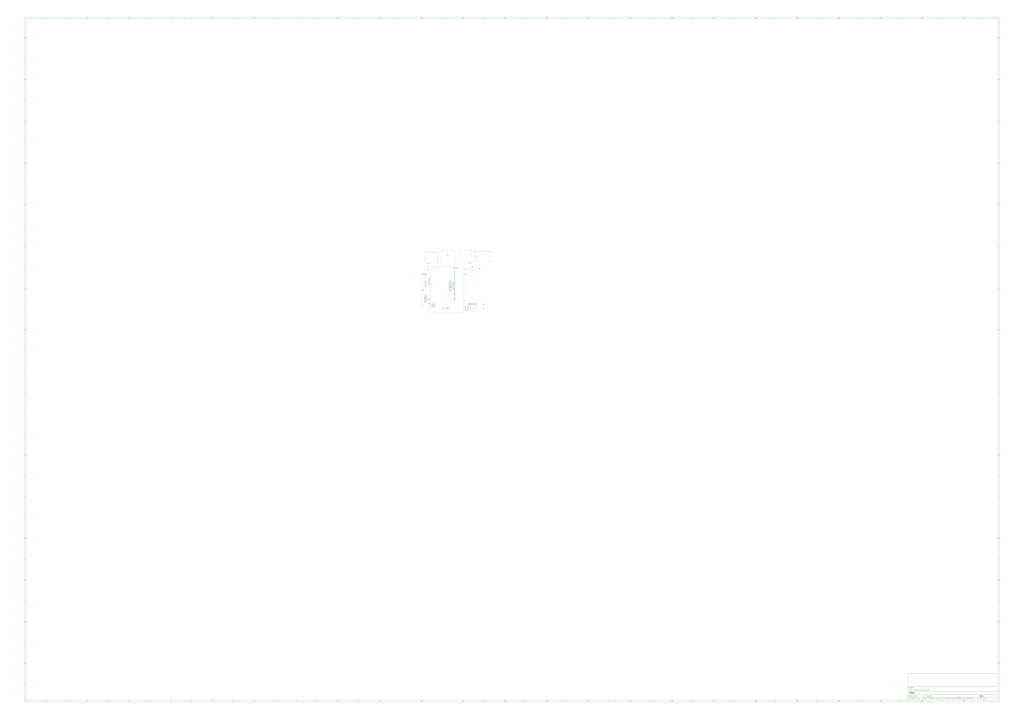
<source format=gbr>
%TF.GenerationSoftware,KiCad,Pcbnew,5.99.0-unknown-912657dd23~106~ubuntu20.04.1*%
%TF.CreationDate,2020-12-28T23:02:29+03:00*%
%TF.ProjectId,CM4_2,434d345f-322e-46b6-9963-61645f706362,rev?*%
%TF.SameCoordinates,PX1ce88340PY15c17540*%
%TF.FileFunction,Legend,Top*%
%TF.FilePolarity,Positive*%
%FSLAX46Y46*%
G04 Gerber Fmt 4.6, Leading zero omitted, Abs format (unit mm)*
G04 Created by KiCad (PCBNEW 5.99.0-unknown-912657dd23~106~ubuntu20.04.1) date 2020-12-28 23:02:29*
%MOMM*%
%LPD*%
G01*
G04 APERTURE LIST*
%ADD10C,0.100000*%
%ADD11C,0.150000*%
%ADD12C,0.300000*%
%ADD13C,0.400000*%
%ADD14C,0.200000*%
%ADD15C,0.050000*%
%ADD16C,0.120000*%
%ADD17C,0.127000*%
G04 APERTURE END LIST*
D10*
D11*
X583999400Y-431994000D02*
X583999400Y-463994000D01*
X691999400Y-463994000D01*
X691999400Y-431994000D01*
X583999400Y-431994000D01*
D10*
D11*
X-475000000Y355000000D02*
X-475000000Y-465994000D01*
X693999400Y-465994000D01*
X693999400Y355000000D01*
X-475000000Y355000000D01*
D10*
D11*
X-473000000Y353000000D02*
X-473000000Y-463994000D01*
X691999400Y-463994000D01*
X691999400Y353000000D01*
X-473000000Y353000000D01*
D10*
D11*
X-425000000Y353000000D02*
X-425000000Y355000000D01*
D10*
D11*
X-375000000Y353000000D02*
X-375000000Y355000000D01*
D10*
D11*
X-325000000Y353000000D02*
X-325000000Y355000000D01*
D10*
D11*
X-275000000Y353000000D02*
X-275000000Y355000000D01*
D10*
D11*
X-225000000Y353000000D02*
X-225000000Y355000000D01*
D10*
D11*
X-175000000Y353000000D02*
X-175000000Y355000000D01*
D10*
D11*
X-125000000Y353000000D02*
X-125000000Y355000000D01*
D10*
D11*
X-75000000Y353000000D02*
X-75000000Y355000000D01*
D10*
D11*
X-25000000Y353000000D02*
X-25000000Y355000000D01*
D10*
D11*
X25000000Y353000000D02*
X25000000Y355000000D01*
D10*
D11*
X75000000Y353000000D02*
X75000000Y355000000D01*
D10*
D11*
X125000000Y353000000D02*
X125000000Y355000000D01*
D10*
D11*
X175000000Y353000000D02*
X175000000Y355000000D01*
D10*
D11*
X225000000Y353000000D02*
X225000000Y355000000D01*
D10*
D11*
X275000000Y353000000D02*
X275000000Y355000000D01*
D10*
D11*
X325000000Y353000000D02*
X325000000Y355000000D01*
D10*
D11*
X375000000Y353000000D02*
X375000000Y355000000D01*
D10*
D11*
X425000000Y353000000D02*
X425000000Y355000000D01*
D10*
D11*
X475000000Y353000000D02*
X475000000Y355000000D01*
D10*
D11*
X525000000Y353000000D02*
X525000000Y355000000D01*
D10*
D11*
X575000000Y353000000D02*
X575000000Y355000000D01*
D10*
D11*
X625000000Y353000000D02*
X625000000Y355000000D01*
D10*
D11*
X675000000Y353000000D02*
X675000000Y355000000D01*
D10*
D11*
X-448934524Y353411905D02*
X-449677381Y353411905D01*
X-449305953Y353411905D02*
X-449305953Y354711905D01*
X-449429762Y354526191D01*
X-449553572Y354402381D01*
X-449677381Y354340477D01*
D10*
D11*
X-399677381Y354588096D02*
X-399615477Y354650000D01*
X-399491667Y354711905D01*
X-399182143Y354711905D01*
X-399058334Y354650000D01*
X-398996429Y354588096D01*
X-398934524Y354464286D01*
X-398934524Y354340477D01*
X-398996429Y354154762D01*
X-399739286Y353411905D01*
X-398934524Y353411905D01*
D10*
D11*
X-349739286Y354711905D02*
X-348934524Y354711905D01*
X-349367858Y354216667D01*
X-349182143Y354216667D01*
X-349058334Y354154762D01*
X-348996429Y354092858D01*
X-348934524Y353969048D01*
X-348934524Y353659524D01*
X-348996429Y353535715D01*
X-349058334Y353473810D01*
X-349182143Y353411905D01*
X-349553572Y353411905D01*
X-349677381Y353473810D01*
X-349739286Y353535715D01*
D10*
D11*
X-299058334Y354278572D02*
X-299058334Y353411905D01*
X-299367858Y354773810D02*
X-299677381Y353845239D01*
X-298872620Y353845239D01*
D10*
D11*
X-248996429Y354711905D02*
X-249615477Y354711905D01*
X-249677381Y354092858D01*
X-249615477Y354154762D01*
X-249491667Y354216667D01*
X-249182143Y354216667D01*
X-249058334Y354154762D01*
X-248996429Y354092858D01*
X-248934524Y353969048D01*
X-248934524Y353659524D01*
X-248996429Y353535715D01*
X-249058334Y353473810D01*
X-249182143Y353411905D01*
X-249491667Y353411905D01*
X-249615477Y353473810D01*
X-249677381Y353535715D01*
D10*
D11*
X-199058334Y354711905D02*
X-199305953Y354711905D01*
X-199429762Y354650000D01*
X-199491667Y354588096D01*
X-199615477Y354402381D01*
X-199677381Y354154762D01*
X-199677381Y353659524D01*
X-199615477Y353535715D01*
X-199553572Y353473810D01*
X-199429762Y353411905D01*
X-199182143Y353411905D01*
X-199058334Y353473810D01*
X-198996429Y353535715D01*
X-198934524Y353659524D01*
X-198934524Y353969048D01*
X-198996429Y354092858D01*
X-199058334Y354154762D01*
X-199182143Y354216667D01*
X-199429762Y354216667D01*
X-199553572Y354154762D01*
X-199615477Y354092858D01*
X-199677381Y353969048D01*
D10*
D11*
X-149739286Y354711905D02*
X-148872620Y354711905D01*
X-149429762Y353411905D01*
D10*
D11*
X-99429762Y354154762D02*
X-99553572Y354216667D01*
X-99615477Y354278572D01*
X-99677381Y354402381D01*
X-99677381Y354464286D01*
X-99615477Y354588096D01*
X-99553572Y354650000D01*
X-99429762Y354711905D01*
X-99182143Y354711905D01*
X-99058334Y354650000D01*
X-98996429Y354588096D01*
X-98934524Y354464286D01*
X-98934524Y354402381D01*
X-98996429Y354278572D01*
X-99058334Y354216667D01*
X-99182143Y354154762D01*
X-99429762Y354154762D01*
X-99553572Y354092858D01*
X-99615477Y354030953D01*
X-99677381Y353907143D01*
X-99677381Y353659524D01*
X-99615477Y353535715D01*
X-99553572Y353473810D01*
X-99429762Y353411905D01*
X-99182143Y353411905D01*
X-99058334Y353473810D01*
X-98996429Y353535715D01*
X-98934524Y353659524D01*
X-98934524Y353907143D01*
X-98996429Y354030953D01*
X-99058334Y354092858D01*
X-99182143Y354154762D01*
D10*
D11*
X-49553572Y353411905D02*
X-49305953Y353411905D01*
X-49182143Y353473810D01*
X-49120239Y353535715D01*
X-48996429Y353721429D01*
X-48934524Y353969048D01*
X-48934524Y354464286D01*
X-48996429Y354588096D01*
X-49058334Y354650000D01*
X-49182143Y354711905D01*
X-49429762Y354711905D01*
X-49553572Y354650000D01*
X-49615477Y354588096D01*
X-49677381Y354464286D01*
X-49677381Y354154762D01*
X-49615477Y354030953D01*
X-49553572Y353969048D01*
X-49429762Y353907143D01*
X-49182143Y353907143D01*
X-49058334Y353969048D01*
X-48996429Y354030953D01*
X-48934524Y354154762D01*
D10*
D11*
X1065476Y353411905D02*
X322619Y353411905D01*
X694047Y353411905D02*
X694047Y354711905D01*
X570238Y354526191D01*
X446428Y354402381D01*
X322619Y354340477D01*
X1870238Y354711905D02*
X1994047Y354711905D01*
X2117857Y354650000D01*
X2179761Y354588096D01*
X2241666Y354464286D01*
X2303571Y354216667D01*
X2303571Y353907143D01*
X2241666Y353659524D01*
X2179761Y353535715D01*
X2117857Y353473810D01*
X1994047Y353411905D01*
X1870238Y353411905D01*
X1746428Y353473810D01*
X1684523Y353535715D01*
X1622619Y353659524D01*
X1560714Y353907143D01*
X1560714Y354216667D01*
X1622619Y354464286D01*
X1684523Y354588096D01*
X1746428Y354650000D01*
X1870238Y354711905D01*
D10*
D11*
X51065476Y353411905D02*
X50322619Y353411905D01*
X50694047Y353411905D02*
X50694047Y354711905D01*
X50570238Y354526191D01*
X50446428Y354402381D01*
X50322619Y354340477D01*
X52303571Y353411905D02*
X51560714Y353411905D01*
X51932142Y353411905D02*
X51932142Y354711905D01*
X51808333Y354526191D01*
X51684523Y354402381D01*
X51560714Y354340477D01*
D10*
D11*
X101065476Y353411905D02*
X100322619Y353411905D01*
X100694047Y353411905D02*
X100694047Y354711905D01*
X100570238Y354526191D01*
X100446428Y354402381D01*
X100322619Y354340477D01*
X101560714Y354588096D02*
X101622619Y354650000D01*
X101746428Y354711905D01*
X102055952Y354711905D01*
X102179761Y354650000D01*
X102241666Y354588096D01*
X102303571Y354464286D01*
X102303571Y354340477D01*
X102241666Y354154762D01*
X101498809Y353411905D01*
X102303571Y353411905D01*
D10*
D11*
X151065476Y353411905D02*
X150322619Y353411905D01*
X150694047Y353411905D02*
X150694047Y354711905D01*
X150570238Y354526191D01*
X150446428Y354402381D01*
X150322619Y354340477D01*
X151498809Y354711905D02*
X152303571Y354711905D01*
X151870238Y354216667D01*
X152055952Y354216667D01*
X152179761Y354154762D01*
X152241666Y354092858D01*
X152303571Y353969048D01*
X152303571Y353659524D01*
X152241666Y353535715D01*
X152179761Y353473810D01*
X152055952Y353411905D01*
X151684523Y353411905D01*
X151560714Y353473810D01*
X151498809Y353535715D01*
D10*
D11*
X201065476Y353411905D02*
X200322619Y353411905D01*
X200694047Y353411905D02*
X200694047Y354711905D01*
X200570238Y354526191D01*
X200446428Y354402381D01*
X200322619Y354340477D01*
X202179761Y354278572D02*
X202179761Y353411905D01*
X201870238Y354773810D02*
X201560714Y353845239D01*
X202365476Y353845239D01*
D10*
D11*
X251065476Y353411905D02*
X250322619Y353411905D01*
X250694047Y353411905D02*
X250694047Y354711905D01*
X250570238Y354526191D01*
X250446428Y354402381D01*
X250322619Y354340477D01*
X252241666Y354711905D02*
X251622619Y354711905D01*
X251560714Y354092858D01*
X251622619Y354154762D01*
X251746428Y354216667D01*
X252055952Y354216667D01*
X252179761Y354154762D01*
X252241666Y354092858D01*
X252303571Y353969048D01*
X252303571Y353659524D01*
X252241666Y353535715D01*
X252179761Y353473810D01*
X252055952Y353411905D01*
X251746428Y353411905D01*
X251622619Y353473810D01*
X251560714Y353535715D01*
D10*
D11*
X301065476Y353411905D02*
X300322619Y353411905D01*
X300694047Y353411905D02*
X300694047Y354711905D01*
X300570238Y354526191D01*
X300446428Y354402381D01*
X300322619Y354340477D01*
X302179761Y354711905D02*
X301932142Y354711905D01*
X301808333Y354650000D01*
X301746428Y354588096D01*
X301622619Y354402381D01*
X301560714Y354154762D01*
X301560714Y353659524D01*
X301622619Y353535715D01*
X301684523Y353473810D01*
X301808333Y353411905D01*
X302055952Y353411905D01*
X302179761Y353473810D01*
X302241666Y353535715D01*
X302303571Y353659524D01*
X302303571Y353969048D01*
X302241666Y354092858D01*
X302179761Y354154762D01*
X302055952Y354216667D01*
X301808333Y354216667D01*
X301684523Y354154762D01*
X301622619Y354092858D01*
X301560714Y353969048D01*
D10*
D11*
X351065476Y353411905D02*
X350322619Y353411905D01*
X350694047Y353411905D02*
X350694047Y354711905D01*
X350570238Y354526191D01*
X350446428Y354402381D01*
X350322619Y354340477D01*
X351498809Y354711905D02*
X352365476Y354711905D01*
X351808333Y353411905D01*
D10*
D11*
X401065476Y353411905D02*
X400322619Y353411905D01*
X400694047Y353411905D02*
X400694047Y354711905D01*
X400570238Y354526191D01*
X400446428Y354402381D01*
X400322619Y354340477D01*
X401808333Y354154762D02*
X401684523Y354216667D01*
X401622619Y354278572D01*
X401560714Y354402381D01*
X401560714Y354464286D01*
X401622619Y354588096D01*
X401684523Y354650000D01*
X401808333Y354711905D01*
X402055952Y354711905D01*
X402179761Y354650000D01*
X402241666Y354588096D01*
X402303571Y354464286D01*
X402303571Y354402381D01*
X402241666Y354278572D01*
X402179761Y354216667D01*
X402055952Y354154762D01*
X401808333Y354154762D01*
X401684523Y354092858D01*
X401622619Y354030953D01*
X401560714Y353907143D01*
X401560714Y353659524D01*
X401622619Y353535715D01*
X401684523Y353473810D01*
X401808333Y353411905D01*
X402055952Y353411905D01*
X402179761Y353473810D01*
X402241666Y353535715D01*
X402303571Y353659524D01*
X402303571Y353907143D01*
X402241666Y354030953D01*
X402179761Y354092858D01*
X402055952Y354154762D01*
D10*
D11*
X451065476Y353411905D02*
X450322619Y353411905D01*
X450694047Y353411905D02*
X450694047Y354711905D01*
X450570238Y354526191D01*
X450446428Y354402381D01*
X450322619Y354340477D01*
X451684523Y353411905D02*
X451932142Y353411905D01*
X452055952Y353473810D01*
X452117857Y353535715D01*
X452241666Y353721429D01*
X452303571Y353969048D01*
X452303571Y354464286D01*
X452241666Y354588096D01*
X452179761Y354650000D01*
X452055952Y354711905D01*
X451808333Y354711905D01*
X451684523Y354650000D01*
X451622619Y354588096D01*
X451560714Y354464286D01*
X451560714Y354154762D01*
X451622619Y354030953D01*
X451684523Y353969048D01*
X451808333Y353907143D01*
X452055952Y353907143D01*
X452179761Y353969048D01*
X452241666Y354030953D01*
X452303571Y354154762D01*
D10*
D11*
X500322619Y354588096D02*
X500384523Y354650000D01*
X500508333Y354711905D01*
X500817857Y354711905D01*
X500941666Y354650000D01*
X501003571Y354588096D01*
X501065476Y354464286D01*
X501065476Y354340477D01*
X501003571Y354154762D01*
X500260714Y353411905D01*
X501065476Y353411905D01*
X501870238Y354711905D02*
X501994047Y354711905D01*
X502117857Y354650000D01*
X502179761Y354588096D01*
X502241666Y354464286D01*
X502303571Y354216667D01*
X502303571Y353907143D01*
X502241666Y353659524D01*
X502179761Y353535715D01*
X502117857Y353473810D01*
X501994047Y353411905D01*
X501870238Y353411905D01*
X501746428Y353473810D01*
X501684523Y353535715D01*
X501622619Y353659524D01*
X501560714Y353907143D01*
X501560714Y354216667D01*
X501622619Y354464286D01*
X501684523Y354588096D01*
X501746428Y354650000D01*
X501870238Y354711905D01*
D10*
D11*
X550322619Y354588096D02*
X550384523Y354650000D01*
X550508333Y354711905D01*
X550817857Y354711905D01*
X550941666Y354650000D01*
X551003571Y354588096D01*
X551065476Y354464286D01*
X551065476Y354340477D01*
X551003571Y354154762D01*
X550260714Y353411905D01*
X551065476Y353411905D01*
X552303571Y353411905D02*
X551560714Y353411905D01*
X551932142Y353411905D02*
X551932142Y354711905D01*
X551808333Y354526191D01*
X551684523Y354402381D01*
X551560714Y354340477D01*
D10*
D11*
X600322619Y354588096D02*
X600384523Y354650000D01*
X600508333Y354711905D01*
X600817857Y354711905D01*
X600941666Y354650000D01*
X601003571Y354588096D01*
X601065476Y354464286D01*
X601065476Y354340477D01*
X601003571Y354154762D01*
X600260714Y353411905D01*
X601065476Y353411905D01*
X601560714Y354588096D02*
X601622619Y354650000D01*
X601746428Y354711905D01*
X602055952Y354711905D01*
X602179761Y354650000D01*
X602241666Y354588096D01*
X602303571Y354464286D01*
X602303571Y354340477D01*
X602241666Y354154762D01*
X601498809Y353411905D01*
X602303571Y353411905D01*
D10*
D11*
X650322619Y354588096D02*
X650384523Y354650000D01*
X650508333Y354711905D01*
X650817857Y354711905D01*
X650941666Y354650000D01*
X651003571Y354588096D01*
X651065476Y354464286D01*
X651065476Y354340477D01*
X651003571Y354154762D01*
X650260714Y353411905D01*
X651065476Y353411905D01*
X651498809Y354711905D02*
X652303571Y354711905D01*
X651870238Y354216667D01*
X652055952Y354216667D01*
X652179761Y354154762D01*
X652241666Y354092858D01*
X652303571Y353969048D01*
X652303571Y353659524D01*
X652241666Y353535715D01*
X652179761Y353473810D01*
X652055952Y353411905D01*
X651684523Y353411905D01*
X651560714Y353473810D01*
X651498809Y353535715D01*
D10*
D11*
X-425000000Y-463994000D02*
X-425000000Y-465994000D01*
D10*
D11*
X-375000000Y-463994000D02*
X-375000000Y-465994000D01*
D10*
D11*
X-325000000Y-463994000D02*
X-325000000Y-465994000D01*
D10*
D11*
X-275000000Y-463994000D02*
X-275000000Y-465994000D01*
D10*
D11*
X-225000000Y-463994000D02*
X-225000000Y-465994000D01*
D10*
D11*
X-175000000Y-463994000D02*
X-175000000Y-465994000D01*
D10*
D11*
X-125000000Y-463994000D02*
X-125000000Y-465994000D01*
D10*
D11*
X-75000000Y-463994000D02*
X-75000000Y-465994000D01*
D10*
D11*
X-25000000Y-463994000D02*
X-25000000Y-465994000D01*
D10*
D11*
X25000000Y-463994000D02*
X25000000Y-465994000D01*
D10*
D11*
X75000000Y-463994000D02*
X75000000Y-465994000D01*
D10*
D11*
X125000000Y-463994000D02*
X125000000Y-465994000D01*
D10*
D11*
X175000000Y-463994000D02*
X175000000Y-465994000D01*
D10*
D11*
X225000000Y-463994000D02*
X225000000Y-465994000D01*
D10*
D11*
X275000000Y-463994000D02*
X275000000Y-465994000D01*
D10*
D11*
X325000000Y-463994000D02*
X325000000Y-465994000D01*
D10*
D11*
X375000000Y-463994000D02*
X375000000Y-465994000D01*
D10*
D11*
X425000000Y-463994000D02*
X425000000Y-465994000D01*
D10*
D11*
X475000000Y-463994000D02*
X475000000Y-465994000D01*
D10*
D11*
X525000000Y-463994000D02*
X525000000Y-465994000D01*
D10*
D11*
X575000000Y-463994000D02*
X575000000Y-465994000D01*
D10*
D11*
X625000000Y-463994000D02*
X625000000Y-465994000D01*
D10*
D11*
X675000000Y-463994000D02*
X675000000Y-465994000D01*
D10*
D11*
X-448934524Y-465582095D02*
X-449677381Y-465582095D01*
X-449305953Y-465582095D02*
X-449305953Y-464282095D01*
X-449429762Y-464467809D01*
X-449553572Y-464591619D01*
X-449677381Y-464653523D01*
D10*
D11*
X-399677381Y-464405904D02*
X-399615477Y-464344000D01*
X-399491667Y-464282095D01*
X-399182143Y-464282095D01*
X-399058334Y-464344000D01*
X-398996429Y-464405904D01*
X-398934524Y-464529714D01*
X-398934524Y-464653523D01*
X-398996429Y-464839238D01*
X-399739286Y-465582095D01*
X-398934524Y-465582095D01*
D10*
D11*
X-349739286Y-464282095D02*
X-348934524Y-464282095D01*
X-349367858Y-464777333D01*
X-349182143Y-464777333D01*
X-349058334Y-464839238D01*
X-348996429Y-464901142D01*
X-348934524Y-465024952D01*
X-348934524Y-465334476D01*
X-348996429Y-465458285D01*
X-349058334Y-465520190D01*
X-349182143Y-465582095D01*
X-349553572Y-465582095D01*
X-349677381Y-465520190D01*
X-349739286Y-465458285D01*
D10*
D11*
X-299058334Y-464715428D02*
X-299058334Y-465582095D01*
X-299367858Y-464220190D02*
X-299677381Y-465148761D01*
X-298872620Y-465148761D01*
D10*
D11*
X-248996429Y-464282095D02*
X-249615477Y-464282095D01*
X-249677381Y-464901142D01*
X-249615477Y-464839238D01*
X-249491667Y-464777333D01*
X-249182143Y-464777333D01*
X-249058334Y-464839238D01*
X-248996429Y-464901142D01*
X-248934524Y-465024952D01*
X-248934524Y-465334476D01*
X-248996429Y-465458285D01*
X-249058334Y-465520190D01*
X-249182143Y-465582095D01*
X-249491667Y-465582095D01*
X-249615477Y-465520190D01*
X-249677381Y-465458285D01*
D10*
D11*
X-199058334Y-464282095D02*
X-199305953Y-464282095D01*
X-199429762Y-464344000D01*
X-199491667Y-464405904D01*
X-199615477Y-464591619D01*
X-199677381Y-464839238D01*
X-199677381Y-465334476D01*
X-199615477Y-465458285D01*
X-199553572Y-465520190D01*
X-199429762Y-465582095D01*
X-199182143Y-465582095D01*
X-199058334Y-465520190D01*
X-198996429Y-465458285D01*
X-198934524Y-465334476D01*
X-198934524Y-465024952D01*
X-198996429Y-464901142D01*
X-199058334Y-464839238D01*
X-199182143Y-464777333D01*
X-199429762Y-464777333D01*
X-199553572Y-464839238D01*
X-199615477Y-464901142D01*
X-199677381Y-465024952D01*
D10*
D11*
X-149739286Y-464282095D02*
X-148872620Y-464282095D01*
X-149429762Y-465582095D01*
D10*
D11*
X-99429762Y-464839238D02*
X-99553572Y-464777333D01*
X-99615477Y-464715428D01*
X-99677381Y-464591619D01*
X-99677381Y-464529714D01*
X-99615477Y-464405904D01*
X-99553572Y-464344000D01*
X-99429762Y-464282095D01*
X-99182143Y-464282095D01*
X-99058334Y-464344000D01*
X-98996429Y-464405904D01*
X-98934524Y-464529714D01*
X-98934524Y-464591619D01*
X-98996429Y-464715428D01*
X-99058334Y-464777333D01*
X-99182143Y-464839238D01*
X-99429762Y-464839238D01*
X-99553572Y-464901142D01*
X-99615477Y-464963047D01*
X-99677381Y-465086857D01*
X-99677381Y-465334476D01*
X-99615477Y-465458285D01*
X-99553572Y-465520190D01*
X-99429762Y-465582095D01*
X-99182143Y-465582095D01*
X-99058334Y-465520190D01*
X-98996429Y-465458285D01*
X-98934524Y-465334476D01*
X-98934524Y-465086857D01*
X-98996429Y-464963047D01*
X-99058334Y-464901142D01*
X-99182143Y-464839238D01*
D10*
D11*
X-49553572Y-465582095D02*
X-49305953Y-465582095D01*
X-49182143Y-465520190D01*
X-49120239Y-465458285D01*
X-48996429Y-465272571D01*
X-48934524Y-465024952D01*
X-48934524Y-464529714D01*
X-48996429Y-464405904D01*
X-49058334Y-464344000D01*
X-49182143Y-464282095D01*
X-49429762Y-464282095D01*
X-49553572Y-464344000D01*
X-49615477Y-464405904D01*
X-49677381Y-464529714D01*
X-49677381Y-464839238D01*
X-49615477Y-464963047D01*
X-49553572Y-465024952D01*
X-49429762Y-465086857D01*
X-49182143Y-465086857D01*
X-49058334Y-465024952D01*
X-48996429Y-464963047D01*
X-48934524Y-464839238D01*
D10*
D11*
X1065476Y-465582095D02*
X322619Y-465582095D01*
X694047Y-465582095D02*
X694047Y-464282095D01*
X570238Y-464467809D01*
X446428Y-464591619D01*
X322619Y-464653523D01*
X1870238Y-464282095D02*
X1994047Y-464282095D01*
X2117857Y-464344000D01*
X2179761Y-464405904D01*
X2241666Y-464529714D01*
X2303571Y-464777333D01*
X2303571Y-465086857D01*
X2241666Y-465334476D01*
X2179761Y-465458285D01*
X2117857Y-465520190D01*
X1994047Y-465582095D01*
X1870238Y-465582095D01*
X1746428Y-465520190D01*
X1684523Y-465458285D01*
X1622619Y-465334476D01*
X1560714Y-465086857D01*
X1560714Y-464777333D01*
X1622619Y-464529714D01*
X1684523Y-464405904D01*
X1746428Y-464344000D01*
X1870238Y-464282095D01*
D10*
D11*
X51065476Y-465582095D02*
X50322619Y-465582095D01*
X50694047Y-465582095D02*
X50694047Y-464282095D01*
X50570238Y-464467809D01*
X50446428Y-464591619D01*
X50322619Y-464653523D01*
X52303571Y-465582095D02*
X51560714Y-465582095D01*
X51932142Y-465582095D02*
X51932142Y-464282095D01*
X51808333Y-464467809D01*
X51684523Y-464591619D01*
X51560714Y-464653523D01*
D10*
D11*
X101065476Y-465582095D02*
X100322619Y-465582095D01*
X100694047Y-465582095D02*
X100694047Y-464282095D01*
X100570238Y-464467809D01*
X100446428Y-464591619D01*
X100322619Y-464653523D01*
X101560714Y-464405904D02*
X101622619Y-464344000D01*
X101746428Y-464282095D01*
X102055952Y-464282095D01*
X102179761Y-464344000D01*
X102241666Y-464405904D01*
X102303571Y-464529714D01*
X102303571Y-464653523D01*
X102241666Y-464839238D01*
X101498809Y-465582095D01*
X102303571Y-465582095D01*
D10*
D11*
X151065476Y-465582095D02*
X150322619Y-465582095D01*
X150694047Y-465582095D02*
X150694047Y-464282095D01*
X150570238Y-464467809D01*
X150446428Y-464591619D01*
X150322619Y-464653523D01*
X151498809Y-464282095D02*
X152303571Y-464282095D01*
X151870238Y-464777333D01*
X152055952Y-464777333D01*
X152179761Y-464839238D01*
X152241666Y-464901142D01*
X152303571Y-465024952D01*
X152303571Y-465334476D01*
X152241666Y-465458285D01*
X152179761Y-465520190D01*
X152055952Y-465582095D01*
X151684523Y-465582095D01*
X151560714Y-465520190D01*
X151498809Y-465458285D01*
D10*
D11*
X201065476Y-465582095D02*
X200322619Y-465582095D01*
X200694047Y-465582095D02*
X200694047Y-464282095D01*
X200570238Y-464467809D01*
X200446428Y-464591619D01*
X200322619Y-464653523D01*
X202179761Y-464715428D02*
X202179761Y-465582095D01*
X201870238Y-464220190D02*
X201560714Y-465148761D01*
X202365476Y-465148761D01*
D10*
D11*
X251065476Y-465582095D02*
X250322619Y-465582095D01*
X250694047Y-465582095D02*
X250694047Y-464282095D01*
X250570238Y-464467809D01*
X250446428Y-464591619D01*
X250322619Y-464653523D01*
X252241666Y-464282095D02*
X251622619Y-464282095D01*
X251560714Y-464901142D01*
X251622619Y-464839238D01*
X251746428Y-464777333D01*
X252055952Y-464777333D01*
X252179761Y-464839238D01*
X252241666Y-464901142D01*
X252303571Y-465024952D01*
X252303571Y-465334476D01*
X252241666Y-465458285D01*
X252179761Y-465520190D01*
X252055952Y-465582095D01*
X251746428Y-465582095D01*
X251622619Y-465520190D01*
X251560714Y-465458285D01*
D10*
D11*
X301065476Y-465582095D02*
X300322619Y-465582095D01*
X300694047Y-465582095D02*
X300694047Y-464282095D01*
X300570238Y-464467809D01*
X300446428Y-464591619D01*
X300322619Y-464653523D01*
X302179761Y-464282095D02*
X301932142Y-464282095D01*
X301808333Y-464344000D01*
X301746428Y-464405904D01*
X301622619Y-464591619D01*
X301560714Y-464839238D01*
X301560714Y-465334476D01*
X301622619Y-465458285D01*
X301684523Y-465520190D01*
X301808333Y-465582095D01*
X302055952Y-465582095D01*
X302179761Y-465520190D01*
X302241666Y-465458285D01*
X302303571Y-465334476D01*
X302303571Y-465024952D01*
X302241666Y-464901142D01*
X302179761Y-464839238D01*
X302055952Y-464777333D01*
X301808333Y-464777333D01*
X301684523Y-464839238D01*
X301622619Y-464901142D01*
X301560714Y-465024952D01*
D10*
D11*
X351065476Y-465582095D02*
X350322619Y-465582095D01*
X350694047Y-465582095D02*
X350694047Y-464282095D01*
X350570238Y-464467809D01*
X350446428Y-464591619D01*
X350322619Y-464653523D01*
X351498809Y-464282095D02*
X352365476Y-464282095D01*
X351808333Y-465582095D01*
D10*
D11*
X401065476Y-465582095D02*
X400322619Y-465582095D01*
X400694047Y-465582095D02*
X400694047Y-464282095D01*
X400570238Y-464467809D01*
X400446428Y-464591619D01*
X400322619Y-464653523D01*
X401808333Y-464839238D02*
X401684523Y-464777333D01*
X401622619Y-464715428D01*
X401560714Y-464591619D01*
X401560714Y-464529714D01*
X401622619Y-464405904D01*
X401684523Y-464344000D01*
X401808333Y-464282095D01*
X402055952Y-464282095D01*
X402179761Y-464344000D01*
X402241666Y-464405904D01*
X402303571Y-464529714D01*
X402303571Y-464591619D01*
X402241666Y-464715428D01*
X402179761Y-464777333D01*
X402055952Y-464839238D01*
X401808333Y-464839238D01*
X401684523Y-464901142D01*
X401622619Y-464963047D01*
X401560714Y-465086857D01*
X401560714Y-465334476D01*
X401622619Y-465458285D01*
X401684523Y-465520190D01*
X401808333Y-465582095D01*
X402055952Y-465582095D01*
X402179761Y-465520190D01*
X402241666Y-465458285D01*
X402303571Y-465334476D01*
X402303571Y-465086857D01*
X402241666Y-464963047D01*
X402179761Y-464901142D01*
X402055952Y-464839238D01*
D10*
D11*
X451065476Y-465582095D02*
X450322619Y-465582095D01*
X450694047Y-465582095D02*
X450694047Y-464282095D01*
X450570238Y-464467809D01*
X450446428Y-464591619D01*
X450322619Y-464653523D01*
X451684523Y-465582095D02*
X451932142Y-465582095D01*
X452055952Y-465520190D01*
X452117857Y-465458285D01*
X452241666Y-465272571D01*
X452303571Y-465024952D01*
X452303571Y-464529714D01*
X452241666Y-464405904D01*
X452179761Y-464344000D01*
X452055952Y-464282095D01*
X451808333Y-464282095D01*
X451684523Y-464344000D01*
X451622619Y-464405904D01*
X451560714Y-464529714D01*
X451560714Y-464839238D01*
X451622619Y-464963047D01*
X451684523Y-465024952D01*
X451808333Y-465086857D01*
X452055952Y-465086857D01*
X452179761Y-465024952D01*
X452241666Y-464963047D01*
X452303571Y-464839238D01*
D10*
D11*
X500322619Y-464405904D02*
X500384523Y-464344000D01*
X500508333Y-464282095D01*
X500817857Y-464282095D01*
X500941666Y-464344000D01*
X501003571Y-464405904D01*
X501065476Y-464529714D01*
X501065476Y-464653523D01*
X501003571Y-464839238D01*
X500260714Y-465582095D01*
X501065476Y-465582095D01*
X501870238Y-464282095D02*
X501994047Y-464282095D01*
X502117857Y-464344000D01*
X502179761Y-464405904D01*
X502241666Y-464529714D01*
X502303571Y-464777333D01*
X502303571Y-465086857D01*
X502241666Y-465334476D01*
X502179761Y-465458285D01*
X502117857Y-465520190D01*
X501994047Y-465582095D01*
X501870238Y-465582095D01*
X501746428Y-465520190D01*
X501684523Y-465458285D01*
X501622619Y-465334476D01*
X501560714Y-465086857D01*
X501560714Y-464777333D01*
X501622619Y-464529714D01*
X501684523Y-464405904D01*
X501746428Y-464344000D01*
X501870238Y-464282095D01*
D10*
D11*
X550322619Y-464405904D02*
X550384523Y-464344000D01*
X550508333Y-464282095D01*
X550817857Y-464282095D01*
X550941666Y-464344000D01*
X551003571Y-464405904D01*
X551065476Y-464529714D01*
X551065476Y-464653523D01*
X551003571Y-464839238D01*
X550260714Y-465582095D01*
X551065476Y-465582095D01*
X552303571Y-465582095D02*
X551560714Y-465582095D01*
X551932142Y-465582095D02*
X551932142Y-464282095D01*
X551808333Y-464467809D01*
X551684523Y-464591619D01*
X551560714Y-464653523D01*
D10*
D11*
X600322619Y-464405904D02*
X600384523Y-464344000D01*
X600508333Y-464282095D01*
X600817857Y-464282095D01*
X600941666Y-464344000D01*
X601003571Y-464405904D01*
X601065476Y-464529714D01*
X601065476Y-464653523D01*
X601003571Y-464839238D01*
X600260714Y-465582095D01*
X601065476Y-465582095D01*
X601560714Y-464405904D02*
X601622619Y-464344000D01*
X601746428Y-464282095D01*
X602055952Y-464282095D01*
X602179761Y-464344000D01*
X602241666Y-464405904D01*
X602303571Y-464529714D01*
X602303571Y-464653523D01*
X602241666Y-464839238D01*
X601498809Y-465582095D01*
X602303571Y-465582095D01*
D10*
D11*
X650322619Y-464405904D02*
X650384523Y-464344000D01*
X650508333Y-464282095D01*
X650817857Y-464282095D01*
X650941666Y-464344000D01*
X651003571Y-464405904D01*
X651065476Y-464529714D01*
X651065476Y-464653523D01*
X651003571Y-464839238D01*
X650260714Y-465582095D01*
X651065476Y-465582095D01*
X651498809Y-464282095D02*
X652303571Y-464282095D01*
X651870238Y-464777333D01*
X652055952Y-464777333D01*
X652179761Y-464839238D01*
X652241666Y-464901142D01*
X652303571Y-465024952D01*
X652303571Y-465334476D01*
X652241666Y-465458285D01*
X652179761Y-465520190D01*
X652055952Y-465582095D01*
X651684523Y-465582095D01*
X651560714Y-465520190D01*
X651498809Y-465458285D01*
D10*
D11*
X-475000000Y305000000D02*
X-473000000Y305000000D01*
D10*
D11*
X-475000000Y255000000D02*
X-473000000Y255000000D01*
D10*
D11*
X-475000000Y205000000D02*
X-473000000Y205000000D01*
D10*
D11*
X-475000000Y155000000D02*
X-473000000Y155000000D01*
D10*
D11*
X-475000000Y105000000D02*
X-473000000Y105000000D01*
D10*
D11*
X-475000000Y55000000D02*
X-473000000Y55000000D01*
D10*
D11*
X-475000000Y5000000D02*
X-473000000Y5000000D01*
D10*
D11*
X-475000000Y-45000000D02*
X-473000000Y-45000000D01*
D10*
D11*
X-475000000Y-95000000D02*
X-473000000Y-95000000D01*
D10*
D11*
X-475000000Y-145000000D02*
X-473000000Y-145000000D01*
D10*
D11*
X-475000000Y-195000000D02*
X-473000000Y-195000000D01*
D10*
D11*
X-475000000Y-245000000D02*
X-473000000Y-245000000D01*
D10*
D11*
X-475000000Y-295000000D02*
X-473000000Y-295000000D01*
D10*
D11*
X-475000000Y-345000000D02*
X-473000000Y-345000000D01*
D10*
D11*
X-475000000Y-395000000D02*
X-473000000Y-395000000D01*
D10*
D11*
X-475000000Y-445000000D02*
X-473000000Y-445000000D01*
D10*
D11*
X-474309524Y329783334D02*
X-473690477Y329783334D01*
X-474433334Y329411905D02*
X-474000000Y330711905D01*
X-473566667Y329411905D01*
D10*
D11*
X-473907143Y280092858D02*
X-473721429Y280030953D01*
X-473659524Y279969048D01*
X-473597620Y279845239D01*
X-473597620Y279659524D01*
X-473659524Y279535715D01*
X-473721429Y279473810D01*
X-473845239Y279411905D01*
X-474340477Y279411905D01*
X-474340477Y280711905D01*
X-473907143Y280711905D01*
X-473783334Y280650000D01*
X-473721429Y280588096D01*
X-473659524Y280464286D01*
X-473659524Y280340477D01*
X-473721429Y280216667D01*
X-473783334Y280154762D01*
X-473907143Y280092858D01*
X-474340477Y280092858D01*
D10*
D11*
X-473597620Y229535715D02*
X-473659524Y229473810D01*
X-473845239Y229411905D01*
X-473969048Y229411905D01*
X-474154762Y229473810D01*
X-474278572Y229597620D01*
X-474340477Y229721429D01*
X-474402381Y229969048D01*
X-474402381Y230154762D01*
X-474340477Y230402381D01*
X-474278572Y230526191D01*
X-474154762Y230650000D01*
X-473969048Y230711905D01*
X-473845239Y230711905D01*
X-473659524Y230650000D01*
X-473597620Y230588096D01*
D10*
D11*
X-474340477Y179411905D02*
X-474340477Y180711905D01*
X-474030953Y180711905D01*
X-473845239Y180650000D01*
X-473721429Y180526191D01*
X-473659524Y180402381D01*
X-473597620Y180154762D01*
X-473597620Y179969048D01*
X-473659524Y179721429D01*
X-473721429Y179597620D01*
X-473845239Y179473810D01*
X-474030953Y179411905D01*
X-474340477Y179411905D01*
D10*
D11*
X-474278572Y130092858D02*
X-473845239Y130092858D01*
X-473659524Y129411905D02*
X-474278572Y129411905D01*
X-474278572Y130711905D01*
X-473659524Y130711905D01*
D10*
D11*
X-473814286Y80092858D02*
X-474247620Y80092858D01*
X-474247620Y79411905D02*
X-474247620Y80711905D01*
X-473628572Y80711905D01*
D10*
D11*
X-473659524Y30650000D02*
X-473783334Y30711905D01*
X-473969048Y30711905D01*
X-474154762Y30650000D01*
X-474278572Y30526191D01*
X-474340477Y30402381D01*
X-474402381Y30154762D01*
X-474402381Y29969048D01*
X-474340477Y29721429D01*
X-474278572Y29597620D01*
X-474154762Y29473810D01*
X-473969048Y29411905D01*
X-473845239Y29411905D01*
X-473659524Y29473810D01*
X-473597620Y29535715D01*
X-473597620Y29969048D01*
X-473845239Y29969048D01*
D10*
D11*
X-474371429Y-20588095D02*
X-474371429Y-19288095D01*
X-474371429Y-19907142D02*
X-473628572Y-19907142D01*
X-473628572Y-20588095D02*
X-473628572Y-19288095D01*
D10*
D11*
X-474000000Y-70588095D02*
X-474000000Y-69288095D01*
D10*
D11*
X-473814286Y-119288095D02*
X-473814286Y-120216666D01*
X-473876191Y-120402380D01*
X-474000000Y-120526190D01*
X-474185715Y-120588095D01*
X-474309524Y-120588095D01*
D10*
D11*
X-474340477Y-170588095D02*
X-474340477Y-169288095D01*
X-473597620Y-170588095D02*
X-474154762Y-169845238D01*
X-473597620Y-169288095D02*
X-474340477Y-170030952D01*
D10*
D11*
X-473597620Y-220588095D02*
X-474216667Y-220588095D01*
X-474216667Y-219288095D01*
D10*
D11*
X-474433334Y-270588095D02*
X-474433334Y-269288095D01*
X-474000000Y-270216666D01*
X-473566667Y-269288095D01*
X-473566667Y-270588095D01*
D10*
D11*
X-474371429Y-320588095D02*
X-474371429Y-319288095D01*
X-473628572Y-320588095D01*
X-473628572Y-319288095D01*
D10*
D11*
X-474123810Y-369288095D02*
X-473876191Y-369288095D01*
X-473752381Y-369350000D01*
X-473628572Y-369473809D01*
X-473566667Y-369721428D01*
X-473566667Y-370154761D01*
X-473628572Y-370402380D01*
X-473752381Y-370526190D01*
X-473876191Y-370588095D01*
X-474123810Y-370588095D01*
X-474247620Y-370526190D01*
X-474371429Y-370402380D01*
X-474433334Y-370154761D01*
X-474433334Y-369721428D01*
X-474371429Y-369473809D01*
X-474247620Y-369350000D01*
X-474123810Y-369288095D01*
D10*
D11*
X-474340477Y-420588095D02*
X-474340477Y-419288095D01*
X-473845239Y-419288095D01*
X-473721429Y-419350000D01*
X-473659524Y-419411904D01*
X-473597620Y-419535714D01*
X-473597620Y-419721428D01*
X-473659524Y-419845238D01*
X-473721429Y-419907142D01*
X-473845239Y-419969047D01*
X-474340477Y-419969047D01*
D10*
D11*
X693999400Y305000000D02*
X691999400Y305000000D01*
D10*
D11*
X693999400Y255000000D02*
X691999400Y255000000D01*
D10*
D11*
X693999400Y205000000D02*
X691999400Y205000000D01*
D10*
D11*
X693999400Y155000000D02*
X691999400Y155000000D01*
D10*
D11*
X693999400Y105000000D02*
X691999400Y105000000D01*
D10*
D11*
X693999400Y55000000D02*
X691999400Y55000000D01*
D10*
D11*
X693999400Y5000000D02*
X691999400Y5000000D01*
D10*
D11*
X693999400Y-45000000D02*
X691999400Y-45000000D01*
D10*
D11*
X693999400Y-95000000D02*
X691999400Y-95000000D01*
D10*
D11*
X693999400Y-145000000D02*
X691999400Y-145000000D01*
D10*
D11*
X693999400Y-195000000D02*
X691999400Y-195000000D01*
D10*
D11*
X693999400Y-245000000D02*
X691999400Y-245000000D01*
D10*
D11*
X693999400Y-295000000D02*
X691999400Y-295000000D01*
D10*
D11*
X693999400Y-345000000D02*
X691999400Y-345000000D01*
D10*
D11*
X693999400Y-395000000D02*
X691999400Y-395000000D01*
D10*
D11*
X693999400Y-445000000D02*
X691999400Y-445000000D01*
D10*
D11*
X692689876Y329783334D02*
X693308923Y329783334D01*
X692566066Y329411905D02*
X692999400Y330711905D01*
X693432733Y329411905D01*
D10*
D11*
X693092257Y280092858D02*
X693277971Y280030953D01*
X693339876Y279969048D01*
X693401780Y279845239D01*
X693401780Y279659524D01*
X693339876Y279535715D01*
X693277971Y279473810D01*
X693154161Y279411905D01*
X692658923Y279411905D01*
X692658923Y280711905D01*
X693092257Y280711905D01*
X693216066Y280650000D01*
X693277971Y280588096D01*
X693339876Y280464286D01*
X693339876Y280340477D01*
X693277971Y280216667D01*
X693216066Y280154762D01*
X693092257Y280092858D01*
X692658923Y280092858D01*
D10*
D11*
X693401780Y229535715D02*
X693339876Y229473810D01*
X693154161Y229411905D01*
X693030352Y229411905D01*
X692844638Y229473810D01*
X692720828Y229597620D01*
X692658923Y229721429D01*
X692597019Y229969048D01*
X692597019Y230154762D01*
X692658923Y230402381D01*
X692720828Y230526191D01*
X692844638Y230650000D01*
X693030352Y230711905D01*
X693154161Y230711905D01*
X693339876Y230650000D01*
X693401780Y230588096D01*
D10*
D11*
X692658923Y179411905D02*
X692658923Y180711905D01*
X692968447Y180711905D01*
X693154161Y180650000D01*
X693277971Y180526191D01*
X693339876Y180402381D01*
X693401780Y180154762D01*
X693401780Y179969048D01*
X693339876Y179721429D01*
X693277971Y179597620D01*
X693154161Y179473810D01*
X692968447Y179411905D01*
X692658923Y179411905D01*
D10*
D11*
X692720828Y130092858D02*
X693154161Y130092858D01*
X693339876Y129411905D02*
X692720828Y129411905D01*
X692720828Y130711905D01*
X693339876Y130711905D01*
D10*
D11*
X693185114Y80092858D02*
X692751780Y80092858D01*
X692751780Y79411905D02*
X692751780Y80711905D01*
X693370828Y80711905D01*
D10*
D11*
X693339876Y30650000D02*
X693216066Y30711905D01*
X693030352Y30711905D01*
X692844638Y30650000D01*
X692720828Y30526191D01*
X692658923Y30402381D01*
X692597019Y30154762D01*
X692597019Y29969048D01*
X692658923Y29721429D01*
X692720828Y29597620D01*
X692844638Y29473810D01*
X693030352Y29411905D01*
X693154161Y29411905D01*
X693339876Y29473810D01*
X693401780Y29535715D01*
X693401780Y29969048D01*
X693154161Y29969048D01*
D10*
D11*
X692627971Y-20588095D02*
X692627971Y-19288095D01*
X692627971Y-19907142D02*
X693370828Y-19907142D01*
X693370828Y-20588095D02*
X693370828Y-19288095D01*
D10*
D11*
X692999400Y-70588095D02*
X692999400Y-69288095D01*
D10*
D11*
X693185114Y-119288095D02*
X693185114Y-120216666D01*
X693123209Y-120402380D01*
X692999400Y-120526190D01*
X692813685Y-120588095D01*
X692689876Y-120588095D01*
D10*
D11*
X692658923Y-170588095D02*
X692658923Y-169288095D01*
X693401780Y-170588095D02*
X692844638Y-169845238D01*
X693401780Y-169288095D02*
X692658923Y-170030952D01*
D10*
D11*
X693401780Y-220588095D02*
X692782733Y-220588095D01*
X692782733Y-219288095D01*
D10*
D11*
X692566066Y-270588095D02*
X692566066Y-269288095D01*
X692999400Y-270216666D01*
X693432733Y-269288095D01*
X693432733Y-270588095D01*
D10*
D11*
X692627971Y-320588095D02*
X692627971Y-319288095D01*
X693370828Y-320588095D01*
X693370828Y-319288095D01*
D10*
D11*
X692875590Y-369288095D02*
X693123209Y-369288095D01*
X693247019Y-369350000D01*
X693370828Y-369473809D01*
X693432733Y-369721428D01*
X693432733Y-370154761D01*
X693370828Y-370402380D01*
X693247019Y-370526190D01*
X693123209Y-370588095D01*
X692875590Y-370588095D01*
X692751780Y-370526190D01*
X692627971Y-370402380D01*
X692566066Y-370154761D01*
X692566066Y-369721428D01*
X692627971Y-369473809D01*
X692751780Y-369350000D01*
X692875590Y-369288095D01*
D10*
D11*
X692658923Y-420588095D02*
X692658923Y-419288095D01*
X693154161Y-419288095D01*
X693277971Y-419350000D01*
X693339876Y-419411904D01*
X693401780Y-419535714D01*
X693401780Y-419721428D01*
X693339876Y-419845238D01*
X693277971Y-419907142D01*
X693154161Y-419969047D01*
X692658923Y-419969047D01*
D10*
D11*
X607431542Y-459772571D02*
X607431542Y-458272571D01*
X607788685Y-458272571D01*
X608002971Y-458344000D01*
X608145828Y-458486857D01*
X608217257Y-458629714D01*
X608288685Y-458915428D01*
X608288685Y-459129714D01*
X608217257Y-459415428D01*
X608145828Y-459558285D01*
X608002971Y-459701142D01*
X607788685Y-459772571D01*
X607431542Y-459772571D01*
X609574400Y-459772571D02*
X609574400Y-458986857D01*
X609502971Y-458844000D01*
X609360114Y-458772571D01*
X609074400Y-458772571D01*
X608931542Y-458844000D01*
X609574400Y-459701142D02*
X609431542Y-459772571D01*
X609074400Y-459772571D01*
X608931542Y-459701142D01*
X608860114Y-459558285D01*
X608860114Y-459415428D01*
X608931542Y-459272571D01*
X609074400Y-459201142D01*
X609431542Y-459201142D01*
X609574400Y-459129714D01*
X610074400Y-458772571D02*
X610645828Y-458772571D01*
X610288685Y-458272571D02*
X610288685Y-459558285D01*
X610360114Y-459701142D01*
X610502971Y-459772571D01*
X610645828Y-459772571D01*
X611717257Y-459701142D02*
X611574400Y-459772571D01*
X611288685Y-459772571D01*
X611145828Y-459701142D01*
X611074400Y-459558285D01*
X611074400Y-458986857D01*
X611145828Y-458844000D01*
X611288685Y-458772571D01*
X611574400Y-458772571D01*
X611717257Y-458844000D01*
X611788685Y-458986857D01*
X611788685Y-459129714D01*
X611074400Y-459272571D01*
X612431542Y-459629714D02*
X612502971Y-459701142D01*
X612431542Y-459772571D01*
X612360114Y-459701142D01*
X612431542Y-459629714D01*
X612431542Y-459772571D01*
X612431542Y-458844000D02*
X612502971Y-458915428D01*
X612431542Y-458986857D01*
X612360114Y-458915428D01*
X612431542Y-458844000D01*
X612431542Y-458986857D01*
D10*
D11*
X583999400Y-460494000D02*
X691999400Y-460494000D01*
D10*
D11*
X585431542Y-462572571D02*
X585431542Y-461072571D01*
X586288685Y-462572571D02*
X585645828Y-461715428D01*
X586288685Y-461072571D02*
X585431542Y-461929714D01*
X586931542Y-462572571D02*
X586931542Y-461572571D01*
X586931542Y-461072571D02*
X586860114Y-461144000D01*
X586931542Y-461215428D01*
X587002971Y-461144000D01*
X586931542Y-461072571D01*
X586931542Y-461215428D01*
X588502971Y-462429714D02*
X588431542Y-462501142D01*
X588217257Y-462572571D01*
X588074400Y-462572571D01*
X587860114Y-462501142D01*
X587717257Y-462358285D01*
X587645828Y-462215428D01*
X587574400Y-461929714D01*
X587574400Y-461715428D01*
X587645828Y-461429714D01*
X587717257Y-461286857D01*
X587860114Y-461144000D01*
X588074400Y-461072571D01*
X588217257Y-461072571D01*
X588431542Y-461144000D01*
X588502971Y-461215428D01*
X589788685Y-462572571D02*
X589788685Y-461786857D01*
X589717257Y-461644000D01*
X589574400Y-461572571D01*
X589288685Y-461572571D01*
X589145828Y-461644000D01*
X589788685Y-462501142D02*
X589645828Y-462572571D01*
X589288685Y-462572571D01*
X589145828Y-462501142D01*
X589074400Y-462358285D01*
X589074400Y-462215428D01*
X589145828Y-462072571D01*
X589288685Y-462001142D01*
X589645828Y-462001142D01*
X589788685Y-461929714D01*
X591145828Y-462572571D02*
X591145828Y-461072571D01*
X591145828Y-462501142D02*
X591002971Y-462572571D01*
X590717257Y-462572571D01*
X590574400Y-462501142D01*
X590502971Y-462429714D01*
X590431542Y-462286857D01*
X590431542Y-461858285D01*
X590502971Y-461715428D01*
X590574400Y-461644000D01*
X590717257Y-461572571D01*
X591002971Y-461572571D01*
X591145828Y-461644000D01*
X593002971Y-461786857D02*
X593502971Y-461786857D01*
X593717257Y-462572571D02*
X593002971Y-462572571D01*
X593002971Y-461072571D01*
X593717257Y-461072571D01*
X594360114Y-462429714D02*
X594431542Y-462501142D01*
X594360114Y-462572571D01*
X594288685Y-462501142D01*
X594360114Y-462429714D01*
X594360114Y-462572571D01*
X595074400Y-462572571D02*
X595074400Y-461072571D01*
X595431542Y-461072571D01*
X595645828Y-461144000D01*
X595788685Y-461286857D01*
X595860114Y-461429714D01*
X595931542Y-461715428D01*
X595931542Y-461929714D01*
X595860114Y-462215428D01*
X595788685Y-462358285D01*
X595645828Y-462501142D01*
X595431542Y-462572571D01*
X595074400Y-462572571D01*
X596574400Y-462429714D02*
X596645828Y-462501142D01*
X596574400Y-462572571D01*
X596502971Y-462501142D01*
X596574400Y-462429714D01*
X596574400Y-462572571D01*
X597217257Y-462144000D02*
X597931542Y-462144000D01*
X597074400Y-462572571D02*
X597574400Y-461072571D01*
X598074400Y-462572571D01*
X598574400Y-462429714D02*
X598645828Y-462501142D01*
X598574400Y-462572571D01*
X598502971Y-462501142D01*
X598574400Y-462429714D01*
X598574400Y-462572571D01*
X601574400Y-462572571D02*
X601574400Y-461072571D01*
X601717257Y-462001142D02*
X602145828Y-462572571D01*
X602145828Y-461572571D02*
X601574400Y-462144000D01*
X602788685Y-462572571D02*
X602788685Y-461572571D01*
X602788685Y-461072571D02*
X602717257Y-461144000D01*
X602788685Y-461215428D01*
X602860114Y-461144000D01*
X602788685Y-461072571D01*
X602788685Y-461215428D01*
X604145828Y-462501142D02*
X604002971Y-462572571D01*
X603717257Y-462572571D01*
X603574400Y-462501142D01*
X603502971Y-462429714D01*
X603431542Y-462286857D01*
X603431542Y-461858285D01*
X603502971Y-461715428D01*
X603574400Y-461644000D01*
X603717257Y-461572571D01*
X604002971Y-461572571D01*
X604145828Y-461644000D01*
X605431542Y-462572571D02*
X605431542Y-461786857D01*
X605360114Y-461644000D01*
X605217257Y-461572571D01*
X604931542Y-461572571D01*
X604788685Y-461644000D01*
X605431542Y-462501142D02*
X605288685Y-462572571D01*
X604931542Y-462572571D01*
X604788685Y-462501142D01*
X604717257Y-462358285D01*
X604717257Y-462215428D01*
X604788685Y-462072571D01*
X604931542Y-462001142D01*
X605288685Y-462001142D01*
X605431542Y-461929714D01*
X606788685Y-462572571D02*
X606788685Y-461072571D01*
X606788685Y-462501142D02*
X606645828Y-462572571D01*
X606360114Y-462572571D01*
X606217257Y-462501142D01*
X606145828Y-462429714D01*
X606074400Y-462286857D01*
X606074400Y-461858285D01*
X606145828Y-461715428D01*
X606217257Y-461644000D01*
X606360114Y-461572571D01*
X606645828Y-461572571D01*
X606788685Y-461644000D01*
X609360114Y-461072571D02*
X608645828Y-461072571D01*
X608574400Y-461786857D01*
X608645828Y-461715428D01*
X608788685Y-461644000D01*
X609145828Y-461644000D01*
X609288685Y-461715428D01*
X609360114Y-461786857D01*
X609431542Y-461929714D01*
X609431542Y-462286857D01*
X609360114Y-462429714D01*
X609288685Y-462501142D01*
X609145828Y-462572571D01*
X608788685Y-462572571D01*
X608645828Y-462501142D01*
X608574400Y-462429714D01*
X610074400Y-462429714D02*
X610145828Y-462501142D01*
X610074400Y-462572571D01*
X610002971Y-462501142D01*
X610074400Y-462429714D01*
X610074400Y-462572571D01*
X610860114Y-462572571D02*
X611145828Y-462572571D01*
X611288685Y-462501142D01*
X611360114Y-462429714D01*
X611502971Y-462215428D01*
X611574400Y-461929714D01*
X611574400Y-461358285D01*
X611502971Y-461215428D01*
X611431542Y-461144000D01*
X611288685Y-461072571D01*
X611002971Y-461072571D01*
X610860114Y-461144000D01*
X610788685Y-461215428D01*
X610717257Y-461358285D01*
X610717257Y-461715428D01*
X610788685Y-461858285D01*
X610860114Y-461929714D01*
X611002971Y-462001142D01*
X611288685Y-462001142D01*
X611431542Y-461929714D01*
X611502971Y-461858285D01*
X611574400Y-461715428D01*
X612288685Y-462572571D02*
X612574400Y-462572571D01*
X612717257Y-462501142D01*
X612788685Y-462429714D01*
X612931542Y-462215428D01*
X613002971Y-461929714D01*
X613002971Y-461358285D01*
X612931542Y-461215428D01*
X612860114Y-461144000D01*
X612717257Y-461072571D01*
X612431542Y-461072571D01*
X612288685Y-461144000D01*
X612217257Y-461215428D01*
X612145828Y-461358285D01*
X612145828Y-461715428D01*
X612217257Y-461858285D01*
X612288685Y-461929714D01*
X612431542Y-462001142D01*
X612717257Y-462001142D01*
X612860114Y-461929714D01*
X612931542Y-461858285D01*
X613002971Y-461715428D01*
X613645828Y-462429714D02*
X613717257Y-462501142D01*
X613645828Y-462572571D01*
X613574400Y-462501142D01*
X613645828Y-462429714D01*
X613645828Y-462572571D01*
X614645828Y-461072571D02*
X614788685Y-461072571D01*
X614931542Y-461144000D01*
X615002971Y-461215428D01*
X615074400Y-461358285D01*
X615145828Y-461644000D01*
X615145828Y-462001142D01*
X615074400Y-462286857D01*
X615002971Y-462429714D01*
X614931542Y-462501142D01*
X614788685Y-462572571D01*
X614645828Y-462572571D01*
X614502971Y-462501142D01*
X614431542Y-462429714D01*
X614360114Y-462286857D01*
X614288685Y-462001142D01*
X614288685Y-461644000D01*
X614360114Y-461358285D01*
X614431542Y-461215428D01*
X614502971Y-461144000D01*
X614645828Y-461072571D01*
X615788685Y-462001142D02*
X616931542Y-462001142D01*
X618288685Y-461572571D02*
X618288685Y-462572571D01*
X617645828Y-461572571D02*
X617645828Y-462358285D01*
X617717257Y-462501142D01*
X617860114Y-462572571D01*
X618074400Y-462572571D01*
X618217257Y-462501142D01*
X618288685Y-462429714D01*
X619002971Y-461572571D02*
X619002971Y-462572571D01*
X619002971Y-461715428D02*
X619074400Y-461644000D01*
X619217257Y-461572571D01*
X619431542Y-461572571D01*
X619574400Y-461644000D01*
X619645828Y-461786857D01*
X619645828Y-462572571D01*
X620360114Y-462572571D02*
X620360114Y-461072571D01*
X620502971Y-462001142D02*
X620931542Y-462572571D01*
X620931542Y-461572571D02*
X620360114Y-462144000D01*
X621574400Y-461572571D02*
X621574400Y-462572571D01*
X621574400Y-461715428D02*
X621645828Y-461644000D01*
X621788685Y-461572571D01*
X622002971Y-461572571D01*
X622145828Y-461644000D01*
X622217257Y-461786857D01*
X622217257Y-462572571D01*
X623145828Y-462572571D02*
X623002971Y-462501142D01*
X622931542Y-462429714D01*
X622860114Y-462286857D01*
X622860114Y-461858285D01*
X622931542Y-461715428D01*
X623002971Y-461644000D01*
X623145828Y-461572571D01*
X623360114Y-461572571D01*
X623502971Y-461644000D01*
X623574400Y-461715428D01*
X623645828Y-461858285D01*
X623645828Y-462286857D01*
X623574400Y-462429714D01*
X623502971Y-462501142D01*
X623360114Y-462572571D01*
X623145828Y-462572571D01*
X624145828Y-461572571D02*
X624431542Y-462572571D01*
X624717257Y-461858285D01*
X625002971Y-462572571D01*
X625288685Y-461572571D01*
X625860114Y-461572571D02*
X625860114Y-462572571D01*
X625860114Y-461715428D02*
X625931542Y-461644000D01*
X626074400Y-461572571D01*
X626288685Y-461572571D01*
X626431542Y-461644000D01*
X626502971Y-461786857D01*
X626502971Y-462572571D01*
X627217257Y-462001142D02*
X628360114Y-462001142D01*
X629145828Y-462572571D02*
X629431542Y-462572571D01*
X629574400Y-462501142D01*
X629645828Y-462429714D01*
X629788685Y-462215428D01*
X629860114Y-461929714D01*
X629860114Y-461358285D01*
X629788685Y-461215428D01*
X629717257Y-461144000D01*
X629574400Y-461072571D01*
X629288685Y-461072571D01*
X629145828Y-461144000D01*
X629074400Y-461215428D01*
X629002971Y-461358285D01*
X629002971Y-461715428D01*
X629074400Y-461858285D01*
X629145828Y-461929714D01*
X629288685Y-462001142D01*
X629574400Y-462001142D01*
X629717257Y-461929714D01*
X629788685Y-461858285D01*
X629860114Y-461715428D01*
X631288685Y-462572571D02*
X630431542Y-462572571D01*
X630860114Y-462572571D02*
X630860114Y-461072571D01*
X630717257Y-461286857D01*
X630574400Y-461429714D01*
X630431542Y-461501142D01*
X631860114Y-461215428D02*
X631931542Y-461144000D01*
X632074400Y-461072571D01*
X632431542Y-461072571D01*
X632574400Y-461144000D01*
X632645828Y-461215428D01*
X632717257Y-461358285D01*
X632717257Y-461501142D01*
X632645828Y-461715428D01*
X631788685Y-462572571D01*
X632717257Y-462572571D01*
X634002971Y-461072571D02*
X633717257Y-461072571D01*
X633574400Y-461144000D01*
X633502971Y-461215428D01*
X633360114Y-461429714D01*
X633288685Y-461715428D01*
X633288685Y-462286857D01*
X633360114Y-462429714D01*
X633431542Y-462501142D01*
X633574400Y-462572571D01*
X633860114Y-462572571D01*
X634002971Y-462501142D01*
X634074400Y-462429714D01*
X634145828Y-462286857D01*
X634145828Y-461929714D01*
X634074400Y-461786857D01*
X634002971Y-461715428D01*
X633860114Y-461644000D01*
X633574400Y-461644000D01*
X633431542Y-461715428D01*
X633360114Y-461786857D01*
X633288685Y-461929714D01*
X635502971Y-461072571D02*
X634788685Y-461072571D01*
X634717257Y-461786857D01*
X634788685Y-461715428D01*
X634931542Y-461644000D01*
X635288685Y-461644000D01*
X635431542Y-461715428D01*
X635502971Y-461786857D01*
X635574400Y-461929714D01*
X635574400Y-462286857D01*
X635502971Y-462429714D01*
X635431542Y-462501142D01*
X635288685Y-462572571D01*
X634931542Y-462572571D01*
X634788685Y-462501142D01*
X634717257Y-462429714D01*
X636074400Y-461072571D02*
X637074400Y-461072571D01*
X636431542Y-462572571D01*
X638288685Y-462572571D02*
X638288685Y-461072571D01*
X638288685Y-462501142D02*
X638145828Y-462572571D01*
X637860114Y-462572571D01*
X637717257Y-462501142D01*
X637645828Y-462429714D01*
X637574400Y-462286857D01*
X637574400Y-461858285D01*
X637645828Y-461715428D01*
X637717257Y-461644000D01*
X637860114Y-461572571D01*
X638145828Y-461572571D01*
X638288685Y-461644000D01*
X639645828Y-462572571D02*
X639645828Y-461072571D01*
X639645828Y-462501142D02*
X639502971Y-462572571D01*
X639217257Y-462572571D01*
X639074400Y-462501142D01*
X639002971Y-462429714D01*
X638931542Y-462286857D01*
X638931542Y-461858285D01*
X639002971Y-461715428D01*
X639074400Y-461644000D01*
X639217257Y-461572571D01*
X639502971Y-461572571D01*
X639645828Y-461644000D01*
X640288685Y-461215428D02*
X640360114Y-461144000D01*
X640502971Y-461072571D01*
X640860114Y-461072571D01*
X641002971Y-461144000D01*
X641074400Y-461215428D01*
X641145828Y-461358285D01*
X641145828Y-461501142D01*
X641074400Y-461715428D01*
X640217257Y-462572571D01*
X641145828Y-462572571D01*
X641645828Y-461072571D02*
X642574400Y-461072571D01*
X642074400Y-461644000D01*
X642288685Y-461644000D01*
X642431542Y-461715428D01*
X642502971Y-461786857D01*
X642574400Y-461929714D01*
X642574400Y-462286857D01*
X642502971Y-462429714D01*
X642431542Y-462501142D01*
X642288685Y-462572571D01*
X641860114Y-462572571D01*
X641717257Y-462501142D01*
X641645828Y-462429714D01*
X642860114Y-460649000D02*
X644288685Y-460649000D01*
X644002971Y-462572571D02*
X643145828Y-462572571D01*
X643574400Y-462572571D02*
X643574400Y-461072571D01*
X643431542Y-461286857D01*
X643288685Y-461429714D01*
X643145828Y-461501142D01*
X644288685Y-460649000D02*
X645717257Y-460649000D01*
X644931542Y-461072571D02*
X645074400Y-461072571D01*
X645217257Y-461144000D01*
X645288685Y-461215428D01*
X645360114Y-461358285D01*
X645431542Y-461644000D01*
X645431542Y-462001142D01*
X645360114Y-462286857D01*
X645288685Y-462429714D01*
X645217257Y-462501142D01*
X645074400Y-462572571D01*
X644931542Y-462572571D01*
X644788685Y-462501142D01*
X644717257Y-462429714D01*
X644645828Y-462286857D01*
X644574400Y-462001142D01*
X644574400Y-461644000D01*
X644645828Y-461358285D01*
X644717257Y-461215428D01*
X644788685Y-461144000D01*
X644931542Y-461072571D01*
X645717257Y-460649000D02*
X647145828Y-460649000D01*
X646717257Y-461072571D02*
X646431542Y-461072571D01*
X646288685Y-461144000D01*
X646217257Y-461215428D01*
X646074400Y-461429714D01*
X646002971Y-461715428D01*
X646002971Y-462286857D01*
X646074400Y-462429714D01*
X646145828Y-462501142D01*
X646288685Y-462572571D01*
X646574400Y-462572571D01*
X646717257Y-462501142D01*
X646788685Y-462429714D01*
X646860114Y-462286857D01*
X646860114Y-461929714D01*
X646788685Y-461786857D01*
X646717257Y-461715428D01*
X646574400Y-461644000D01*
X646288685Y-461644000D01*
X646145828Y-461715428D01*
X646074400Y-461786857D01*
X646002971Y-461929714D01*
X648145828Y-461572571D02*
X648145828Y-462572571D01*
X647502971Y-461572571D02*
X647502971Y-462358285D01*
X647574400Y-462501142D01*
X647717257Y-462572571D01*
X647931542Y-462572571D01*
X648074400Y-462501142D01*
X648145828Y-462429714D01*
X648860114Y-462572571D02*
X648860114Y-461072571D01*
X648860114Y-461644000D02*
X649002971Y-461572571D01*
X649288685Y-461572571D01*
X649431542Y-461644000D01*
X649502971Y-461715428D01*
X649574400Y-461858285D01*
X649574400Y-462286857D01*
X649502971Y-462429714D01*
X649431542Y-462501142D01*
X649288685Y-462572571D01*
X649002971Y-462572571D01*
X648860114Y-462501142D01*
X650860114Y-461572571D02*
X650860114Y-462572571D01*
X650217257Y-461572571D02*
X650217257Y-462358285D01*
X650288685Y-462501142D01*
X650431542Y-462572571D01*
X650645828Y-462572571D01*
X650788685Y-462501142D01*
X650860114Y-462429714D01*
X651574400Y-461572571D02*
X651574400Y-462572571D01*
X651574400Y-461715428D02*
X651645828Y-461644000D01*
X651788685Y-461572571D01*
X652002971Y-461572571D01*
X652145828Y-461644000D01*
X652217257Y-461786857D01*
X652217257Y-462572571D01*
X652717257Y-461572571D02*
X653288685Y-461572571D01*
X652931542Y-461072571D02*
X652931542Y-462358285D01*
X653002971Y-462501142D01*
X653145828Y-462572571D01*
X653288685Y-462572571D01*
X654431542Y-461572571D02*
X654431542Y-462572571D01*
X653788685Y-461572571D02*
X653788685Y-462358285D01*
X653860114Y-462501142D01*
X654002971Y-462572571D01*
X654217257Y-462572571D01*
X654360114Y-462501142D01*
X654431542Y-462429714D01*
X655074400Y-461215428D02*
X655145828Y-461144000D01*
X655288685Y-461072571D01*
X655645828Y-461072571D01*
X655788685Y-461144000D01*
X655860114Y-461215428D01*
X655931542Y-461358285D01*
X655931542Y-461501142D01*
X655860114Y-461715428D01*
X655002971Y-462572571D01*
X655931542Y-462572571D01*
X656860114Y-461072571D02*
X657002971Y-461072571D01*
X657145828Y-461144000D01*
X657217257Y-461215428D01*
X657288685Y-461358285D01*
X657360114Y-461644000D01*
X657360114Y-462001142D01*
X657288685Y-462286857D01*
X657217257Y-462429714D01*
X657145828Y-462501142D01*
X657002971Y-462572571D01*
X656860114Y-462572571D01*
X656717257Y-462501142D01*
X656645828Y-462429714D01*
X656574400Y-462286857D01*
X656502971Y-462001142D01*
X656502971Y-461644000D01*
X656574400Y-461358285D01*
X656645828Y-461215428D01*
X656717257Y-461144000D01*
X656860114Y-461072571D01*
X658002971Y-462429714D02*
X658074400Y-462501142D01*
X658002971Y-462572571D01*
X657931542Y-462501142D01*
X658002971Y-462429714D01*
X658002971Y-462572571D01*
X659002971Y-461072571D02*
X659145828Y-461072571D01*
X659288685Y-461144000D01*
X659360114Y-461215428D01*
X659431542Y-461358285D01*
X659502971Y-461644000D01*
X659502971Y-462001142D01*
X659431542Y-462286857D01*
X659360114Y-462429714D01*
X659288685Y-462501142D01*
X659145828Y-462572571D01*
X659002971Y-462572571D01*
X658860114Y-462501142D01*
X658788685Y-462429714D01*
X658717257Y-462286857D01*
X658645828Y-462001142D01*
X658645828Y-461644000D01*
X658717257Y-461358285D01*
X658788685Y-461215428D01*
X658860114Y-461144000D01*
X659002971Y-461072571D01*
X660788685Y-461572571D02*
X660788685Y-462572571D01*
X660431542Y-461001142D02*
X660074400Y-462072571D01*
X661002971Y-462072571D01*
X661574400Y-462429714D02*
X661645828Y-462501142D01*
X661574400Y-462572571D01*
X661502971Y-462501142D01*
X661574400Y-462429714D01*
X661574400Y-462572571D01*
X663074400Y-462572571D02*
X662217257Y-462572571D01*
X662645828Y-462572571D02*
X662645828Y-461072571D01*
X662502971Y-461286857D01*
X662360114Y-461429714D01*
X662217257Y-461501142D01*
D10*
D11*
X583999400Y-457494000D02*
X691999400Y-457494000D01*
D10*
D12*
X671408685Y-459772571D02*
X670908685Y-459058285D01*
X670551542Y-459772571D02*
X670551542Y-458272571D01*
X671122971Y-458272571D01*
X671265828Y-458344000D01*
X671337257Y-458415428D01*
X671408685Y-458558285D01*
X671408685Y-458772571D01*
X671337257Y-458915428D01*
X671265828Y-458986857D01*
X671122971Y-459058285D01*
X670551542Y-459058285D01*
X672622971Y-459701142D02*
X672480114Y-459772571D01*
X672194400Y-459772571D01*
X672051542Y-459701142D01*
X671980114Y-459558285D01*
X671980114Y-458986857D01*
X672051542Y-458844000D01*
X672194400Y-458772571D01*
X672480114Y-458772571D01*
X672622971Y-458844000D01*
X672694400Y-458986857D01*
X672694400Y-459129714D01*
X671980114Y-459272571D01*
X673194400Y-458772571D02*
X673551542Y-459772571D01*
X673908685Y-458772571D01*
X674480114Y-459629714D02*
X674551542Y-459701142D01*
X674480114Y-459772571D01*
X674408685Y-459701142D01*
X674480114Y-459629714D01*
X674480114Y-459772571D01*
X674480114Y-458844000D02*
X674551542Y-458915428D01*
X674480114Y-458986857D01*
X674408685Y-458915428D01*
X674480114Y-458844000D01*
X674480114Y-458986857D01*
D10*
D11*
X585360114Y-459701142D02*
X585574400Y-459772571D01*
X585931542Y-459772571D01*
X586074400Y-459701142D01*
X586145828Y-459629714D01*
X586217257Y-459486857D01*
X586217257Y-459344000D01*
X586145828Y-459201142D01*
X586074400Y-459129714D01*
X585931542Y-459058285D01*
X585645828Y-458986857D01*
X585502971Y-458915428D01*
X585431542Y-458844000D01*
X585360114Y-458701142D01*
X585360114Y-458558285D01*
X585431542Y-458415428D01*
X585502971Y-458344000D01*
X585645828Y-458272571D01*
X586002971Y-458272571D01*
X586217257Y-458344000D01*
X586860114Y-459772571D02*
X586860114Y-458772571D01*
X586860114Y-458272571D02*
X586788685Y-458344000D01*
X586860114Y-458415428D01*
X586931542Y-458344000D01*
X586860114Y-458272571D01*
X586860114Y-458415428D01*
X587431542Y-458772571D02*
X588217257Y-458772571D01*
X587431542Y-459772571D01*
X588217257Y-459772571D01*
X589360114Y-459701142D02*
X589217257Y-459772571D01*
X588931542Y-459772571D01*
X588788685Y-459701142D01*
X588717257Y-459558285D01*
X588717257Y-458986857D01*
X588788685Y-458844000D01*
X588931542Y-458772571D01*
X589217257Y-458772571D01*
X589360114Y-458844000D01*
X589431542Y-458986857D01*
X589431542Y-459129714D01*
X588717257Y-459272571D01*
X590074400Y-459629714D02*
X590145828Y-459701142D01*
X590074400Y-459772571D01*
X590002971Y-459701142D01*
X590074400Y-459629714D01*
X590074400Y-459772571D01*
X590074400Y-458844000D02*
X590145828Y-458915428D01*
X590074400Y-458986857D01*
X590002971Y-458915428D01*
X590074400Y-458844000D01*
X590074400Y-458986857D01*
X591860114Y-459344000D02*
X592574400Y-459344000D01*
X591717257Y-459772571D02*
X592217257Y-458272571D01*
X592717257Y-459772571D01*
X593502971Y-458272571D02*
X593645828Y-458272571D01*
X593788685Y-458344000D01*
X593860114Y-458415428D01*
X593931542Y-458558285D01*
X594002971Y-458844000D01*
X594002971Y-459201142D01*
X593931542Y-459486857D01*
X593860114Y-459629714D01*
X593788685Y-459701142D01*
X593645828Y-459772571D01*
X593502971Y-459772571D01*
X593360114Y-459701142D01*
X593288685Y-459629714D01*
X593217257Y-459486857D01*
X593145828Y-459201142D01*
X593145828Y-458844000D01*
X593217257Y-458558285D01*
X593288685Y-458415428D01*
X593360114Y-458344000D01*
X593502971Y-458272571D01*
D10*
D11*
X670431542Y-462572571D02*
X670431542Y-461072571D01*
X671788685Y-462572571D02*
X671788685Y-461072571D01*
X671788685Y-462501142D02*
X671645828Y-462572571D01*
X671360114Y-462572571D01*
X671217257Y-462501142D01*
X671145828Y-462429714D01*
X671074400Y-462286857D01*
X671074400Y-461858285D01*
X671145828Y-461715428D01*
X671217257Y-461644000D01*
X671360114Y-461572571D01*
X671645828Y-461572571D01*
X671788685Y-461644000D01*
X672502971Y-462429714D02*
X672574400Y-462501142D01*
X672502971Y-462572571D01*
X672431542Y-462501142D01*
X672502971Y-462429714D01*
X672502971Y-462572571D01*
X672502971Y-461644000D02*
X672574400Y-461715428D01*
X672502971Y-461786857D01*
X672431542Y-461715428D01*
X672502971Y-461644000D01*
X672502971Y-461786857D01*
X675145828Y-462572571D02*
X674288685Y-462572571D01*
X674717257Y-462572571D02*
X674717257Y-461072571D01*
X674574400Y-461286857D01*
X674431542Y-461429714D01*
X674288685Y-461501142D01*
X676860114Y-461001142D02*
X675574400Y-462929714D01*
X678145828Y-462572571D02*
X677288685Y-462572571D01*
X677717257Y-462572571D02*
X677717257Y-461072571D01*
X677574400Y-461286857D01*
X677431542Y-461429714D01*
X677288685Y-461501142D01*
D10*
D11*
X583999400Y-453494000D02*
X691999400Y-453494000D01*
D10*
D13*
X585711780Y-454198761D02*
X586854638Y-454198761D01*
X586033209Y-456198761D02*
X586283209Y-454198761D01*
X587271304Y-456198761D02*
X587437971Y-454865428D01*
X587521304Y-454198761D02*
X587414161Y-454294000D01*
X587497495Y-454389238D01*
X587604638Y-454294000D01*
X587521304Y-454198761D01*
X587497495Y-454389238D01*
X588104638Y-454865428D02*
X588866542Y-454865428D01*
X588473685Y-454198761D02*
X588259400Y-455913047D01*
X588330828Y-456103523D01*
X588509400Y-456198761D01*
X588699876Y-456198761D01*
X589652257Y-456198761D02*
X589473685Y-456103523D01*
X589402257Y-455913047D01*
X589616542Y-454198761D01*
X591187971Y-456103523D02*
X590985590Y-456198761D01*
X590604638Y-456198761D01*
X590426066Y-456103523D01*
X590354638Y-455913047D01*
X590449876Y-455151142D01*
X590568923Y-454960666D01*
X590771304Y-454865428D01*
X591152257Y-454865428D01*
X591330828Y-454960666D01*
X591402257Y-455151142D01*
X591378447Y-455341619D01*
X590402257Y-455532095D01*
X592152257Y-456008285D02*
X592235590Y-456103523D01*
X592128447Y-456198761D01*
X592045114Y-456103523D01*
X592152257Y-456008285D01*
X592128447Y-456198761D01*
X592283209Y-454960666D02*
X592366542Y-455055904D01*
X592259400Y-455151142D01*
X592176066Y-455055904D01*
X592283209Y-454960666D01*
X592259400Y-455151142D01*
D10*
D11*
X585931542Y-451586857D02*
X585431542Y-451586857D01*
X585431542Y-452372571D02*
X585431542Y-450872571D01*
X586145828Y-450872571D01*
X586717257Y-452372571D02*
X586717257Y-451372571D01*
X586717257Y-450872571D02*
X586645828Y-450944000D01*
X586717257Y-451015428D01*
X586788685Y-450944000D01*
X586717257Y-450872571D01*
X586717257Y-451015428D01*
X587645828Y-452372571D02*
X587502971Y-452301142D01*
X587431542Y-452158285D01*
X587431542Y-450872571D01*
X588788685Y-452301142D02*
X588645828Y-452372571D01*
X588360114Y-452372571D01*
X588217257Y-452301142D01*
X588145828Y-452158285D01*
X588145828Y-451586857D01*
X588217257Y-451444000D01*
X588360114Y-451372571D01*
X588645828Y-451372571D01*
X588788685Y-451444000D01*
X588860114Y-451586857D01*
X588860114Y-451729714D01*
X588145828Y-451872571D01*
X589502971Y-452229714D02*
X589574400Y-452301142D01*
X589502971Y-452372571D01*
X589431542Y-452301142D01*
X589502971Y-452229714D01*
X589502971Y-452372571D01*
X589502971Y-451444000D02*
X589574400Y-451515428D01*
X589502971Y-451586857D01*
X589431542Y-451515428D01*
X589502971Y-451444000D01*
X589502971Y-451586857D01*
X592217257Y-452229714D02*
X592145828Y-452301142D01*
X591931542Y-452372571D01*
X591788685Y-452372571D01*
X591574400Y-452301142D01*
X591431542Y-452158285D01*
X591360114Y-452015428D01*
X591288685Y-451729714D01*
X591288685Y-451515428D01*
X591360114Y-451229714D01*
X591431542Y-451086857D01*
X591574400Y-450944000D01*
X591788685Y-450872571D01*
X591931542Y-450872571D01*
X592145828Y-450944000D01*
X592217257Y-451015428D01*
X592860114Y-452372571D02*
X592860114Y-450872571D01*
X593360114Y-451944000D01*
X593860114Y-450872571D01*
X593860114Y-452372571D01*
X595217257Y-451372571D02*
X595217257Y-452372571D01*
X594860114Y-450801142D02*
X594502971Y-451872571D01*
X595431542Y-451872571D01*
X595645828Y-452515428D02*
X596788685Y-452515428D01*
X597074400Y-451015428D02*
X597145828Y-450944000D01*
X597288685Y-450872571D01*
X597645828Y-450872571D01*
X597788685Y-450944000D01*
X597860114Y-451015428D01*
X597931542Y-451158285D01*
X597931542Y-451301142D01*
X597860114Y-451515428D01*
X597002971Y-452372571D01*
X597931542Y-452372571D01*
X598574400Y-452229714D02*
X598645828Y-452301142D01*
X598574400Y-452372571D01*
X598502971Y-452301142D01*
X598574400Y-452229714D01*
X598574400Y-452372571D01*
X599288685Y-452372571D02*
X599288685Y-450872571D01*
X599431542Y-451801142D02*
X599860114Y-452372571D01*
X599860114Y-451372571D02*
X599288685Y-451944000D01*
X600502971Y-452372571D02*
X600502971Y-451372571D01*
X600502971Y-450872571D02*
X600431542Y-450944000D01*
X600502971Y-451015428D01*
X600574400Y-450944000D01*
X600502971Y-450872571D01*
X600502971Y-451015428D01*
X601860114Y-452301142D02*
X601717257Y-452372571D01*
X601431542Y-452372571D01*
X601288685Y-452301142D01*
X601217257Y-452229714D01*
X601145828Y-452086857D01*
X601145828Y-451658285D01*
X601217257Y-451515428D01*
X601288685Y-451444000D01*
X601431542Y-451372571D01*
X601717257Y-451372571D01*
X601860114Y-451444000D01*
X603145828Y-452372571D02*
X603145828Y-451586857D01*
X603074400Y-451444000D01*
X602931542Y-451372571D01*
X602645828Y-451372571D01*
X602502971Y-451444000D01*
X603145828Y-452301142D02*
X603002971Y-452372571D01*
X602645828Y-452372571D01*
X602502971Y-452301142D01*
X602431542Y-452158285D01*
X602431542Y-452015428D01*
X602502971Y-451872571D01*
X602645828Y-451801142D01*
X603002971Y-451801142D01*
X603145828Y-451729714D01*
X604502971Y-452372571D02*
X604502971Y-450872571D01*
X604502971Y-452301142D02*
X604360114Y-452372571D01*
X604074400Y-452372571D01*
X603931542Y-452301142D01*
X603860114Y-452229714D01*
X603788685Y-452086857D01*
X603788685Y-451658285D01*
X603860114Y-451515428D01*
X603931542Y-451444000D01*
X604074400Y-451372571D01*
X604360114Y-451372571D01*
X604502971Y-451444000D01*
X604860114Y-452515428D02*
X606002971Y-452515428D01*
X606360114Y-451372571D02*
X606360114Y-452872571D01*
X606360114Y-451444000D02*
X606502971Y-451372571D01*
X606788685Y-451372571D01*
X606931542Y-451444000D01*
X607002971Y-451515428D01*
X607074400Y-451658285D01*
X607074400Y-452086857D01*
X607002971Y-452229714D01*
X606931542Y-452301142D01*
X606788685Y-452372571D01*
X606502971Y-452372571D01*
X606360114Y-452301142D01*
X608360114Y-452301142D02*
X608217257Y-452372571D01*
X607931542Y-452372571D01*
X607788685Y-452301142D01*
X607717257Y-452229714D01*
X607645828Y-452086857D01*
X607645828Y-451658285D01*
X607717257Y-451515428D01*
X607788685Y-451444000D01*
X607931542Y-451372571D01*
X608217257Y-451372571D01*
X608360114Y-451444000D01*
X609002971Y-452372571D02*
X609002971Y-450872571D01*
X609002971Y-451444000D02*
X609145828Y-451372571D01*
X609431542Y-451372571D01*
X609574400Y-451444000D01*
X609645828Y-451515428D01*
X609717257Y-451658285D01*
X609717257Y-452086857D01*
X609645828Y-452229714D01*
X609574400Y-452301142D01*
X609431542Y-452372571D01*
X609145828Y-452372571D01*
X609002971Y-452301142D01*
D10*
D11*
X583999400Y-447494000D02*
X691999400Y-447494000D01*
D10*
D11*
X585360114Y-449601142D02*
X585574400Y-449672571D01*
X585931542Y-449672571D01*
X586074400Y-449601142D01*
X586145828Y-449529714D01*
X586217257Y-449386857D01*
X586217257Y-449244000D01*
X586145828Y-449101142D01*
X586074400Y-449029714D01*
X585931542Y-448958285D01*
X585645828Y-448886857D01*
X585502971Y-448815428D01*
X585431542Y-448744000D01*
X585360114Y-448601142D01*
X585360114Y-448458285D01*
X585431542Y-448315428D01*
X585502971Y-448244000D01*
X585645828Y-448172571D01*
X586002971Y-448172571D01*
X586217257Y-448244000D01*
X586860114Y-449672571D02*
X586860114Y-448172571D01*
X587502971Y-449672571D02*
X587502971Y-448886857D01*
X587431542Y-448744000D01*
X587288685Y-448672571D01*
X587074400Y-448672571D01*
X586931542Y-448744000D01*
X586860114Y-448815428D01*
X588788685Y-449601142D02*
X588645828Y-449672571D01*
X588360114Y-449672571D01*
X588217257Y-449601142D01*
X588145828Y-449458285D01*
X588145828Y-448886857D01*
X588217257Y-448744000D01*
X588360114Y-448672571D01*
X588645828Y-448672571D01*
X588788685Y-448744000D01*
X588860114Y-448886857D01*
X588860114Y-449029714D01*
X588145828Y-449172571D01*
X590074400Y-449601142D02*
X589931542Y-449672571D01*
X589645828Y-449672571D01*
X589502971Y-449601142D01*
X589431542Y-449458285D01*
X589431542Y-448886857D01*
X589502971Y-448744000D01*
X589645828Y-448672571D01*
X589931542Y-448672571D01*
X590074400Y-448744000D01*
X590145828Y-448886857D01*
X590145828Y-449029714D01*
X589431542Y-449172571D01*
X590574400Y-448672571D02*
X591145828Y-448672571D01*
X590788685Y-448172571D02*
X590788685Y-449458285D01*
X590860114Y-449601142D01*
X591002971Y-449672571D01*
X591145828Y-449672571D01*
X591645828Y-449529714D02*
X591717257Y-449601142D01*
X591645828Y-449672571D01*
X591574400Y-449601142D01*
X591645828Y-449529714D01*
X591645828Y-449672571D01*
X591645828Y-448744000D02*
X591717257Y-448815428D01*
X591645828Y-448886857D01*
X591574400Y-448815428D01*
X591645828Y-448744000D01*
X591645828Y-448886857D01*
D10*
D12*
D10*
D11*
D10*
D11*
D10*
D11*
D10*
D11*
D10*
D11*
X603999400Y-457494000D02*
X603999400Y-460494000D01*
D10*
D11*
X667999400Y-457494000D02*
X667999400Y-463994000D01*
X4808398Y47443344D02*
X4713159Y47514773D01*
X4570302Y47514773D01*
X4427445Y47443344D01*
X4332207Y47300487D01*
X4284588Y47157630D01*
X4236969Y46871916D01*
X4236969Y46657630D01*
X4284588Y46371916D01*
X4332207Y46229059D01*
X4427445Y46086202D01*
X4570302Y46014773D01*
X4665540Y46014773D01*
X4808398Y46086202D01*
X4856017Y46157630D01*
X4856017Y46657630D01*
X4665540Y46657630D01*
X5284588Y46014773D02*
X5284588Y47514773D01*
X5665540Y47514773D01*
X5760778Y47443344D01*
X5808398Y47371916D01*
X5856017Y47229059D01*
X5856017Y47014773D01*
X5808398Y46871916D01*
X5760778Y46800487D01*
X5665540Y46729059D01*
X5284588Y46729059D01*
X6284588Y46014773D02*
X6284588Y47514773D01*
X6951255Y47514773D02*
X7141731Y47514773D01*
X7236969Y47443344D01*
X7332207Y47300487D01*
X7379826Y47014773D01*
X7379826Y46514773D01*
X7332207Y46229059D01*
X7236969Y46086202D01*
X7141731Y46014773D01*
X6951255Y46014773D01*
X6856017Y46086202D01*
X6760778Y46229059D01*
X6713159Y46514773D01*
X6713159Y47014773D01*
X6760778Y47300487D01*
X6856017Y47443344D01*
X6951255Y47514773D01*
X5522683Y44956916D02*
X5570302Y45028344D01*
X5665540Y45099773D01*
X5903636Y45099773D01*
X5998874Y45028344D01*
X6046493Y44956916D01*
X6094112Y44814059D01*
X6094112Y44671202D01*
X6046493Y44456916D01*
X5475064Y43599773D01*
X6094112Y43599773D01*
X5475064Y42684773D02*
X6094112Y42684773D01*
X5760778Y42113344D01*
X5903636Y42113344D01*
X5998874Y42041916D01*
X6046493Y41970487D01*
X6094112Y41827630D01*
X6094112Y41470487D01*
X6046493Y41327630D01*
X5998874Y41256202D01*
X5903636Y41184773D01*
X5617921Y41184773D01*
X5522683Y41256202D01*
X5475064Y41327630D01*
X5998874Y39769773D02*
X5998874Y38769773D01*
X5760778Y40341202D02*
X5522683Y39269773D01*
X6141731Y39269773D01*
X5617921Y36354773D02*
X5046493Y36354773D01*
X5332207Y36354773D02*
X5332207Y37854773D01*
X5236969Y37640487D01*
X5141731Y37497630D01*
X5046493Y37426202D01*
X5998874Y37711916D02*
X6046493Y37783344D01*
X6141731Y37854773D01*
X6379826Y37854773D01*
X6475064Y37783344D01*
X6522683Y37711916D01*
X6570302Y37569059D01*
X6570302Y37426202D01*
X6522683Y37211916D01*
X5951255Y36354773D01*
X6570302Y36354773D01*
X5617921Y33939773D02*
X5046493Y33939773D01*
X5332207Y33939773D02*
X5332207Y35439773D01*
X5236969Y35225487D01*
X5141731Y35082630D01*
X5046493Y35011202D01*
X6522683Y35439773D02*
X6046493Y35439773D01*
X5998874Y34725487D01*
X6046493Y34796916D01*
X6141731Y34868344D01*
X6379826Y34868344D01*
X6475064Y34796916D01*
X6522683Y34725487D01*
X6570302Y34582630D01*
X6570302Y34225487D01*
X6522683Y34082630D01*
X6475064Y34011202D01*
X6379826Y33939773D01*
X6141731Y33939773D01*
X6046493Y34011202D01*
X5998874Y34082630D01*
X5617921Y31524773D02*
X5046493Y31524773D01*
X5332207Y31524773D02*
X5332207Y33024773D01*
X5236969Y32810487D01*
X5141731Y32667630D01*
X5046493Y32596202D01*
X6475064Y32524773D02*
X6475064Y31524773D01*
X6236969Y33096202D02*
X5998874Y32024773D01*
X6617921Y32024773D01*
X57821569Y10095888D02*
X57745378Y10000650D01*
X57745378Y9857792D01*
X57821569Y9714935D01*
X57973949Y9619697D01*
X58126330Y9572078D01*
X58431092Y9524459D01*
X58659664Y9524459D01*
X58964426Y9572078D01*
X59116807Y9619697D01*
X59269188Y9714935D01*
X59345378Y9857792D01*
X59345378Y9953031D01*
X59269188Y10095888D01*
X59192997Y10143507D01*
X58659664Y10143507D01*
X58659664Y9953031D01*
X59345378Y10572078D02*
X57745378Y10572078D01*
X59345378Y11143507D01*
X57745378Y11143507D01*
X59345378Y11619697D02*
X57745378Y11619697D01*
X57745378Y11857792D01*
X57821569Y12000650D01*
X57973949Y12095888D01*
X58126330Y12143507D01*
X58431092Y12191126D01*
X58659664Y12191126D01*
X58964426Y12143507D01*
X59116807Y12095888D01*
X59269188Y12000650D01*
X59345378Y11857792D01*
X59345378Y11619697D01*
X61311854Y9524459D02*
X61311854Y10286364D01*
X61921378Y9905412D02*
X60702330Y9905412D01*
X61921378Y11286364D02*
X61921378Y10714935D01*
X61921378Y11000650D02*
X60321378Y11000650D01*
X60549949Y10905412D01*
X60702330Y10810173D01*
X60778521Y10714935D01*
X60473759Y11667316D02*
X60397569Y11714935D01*
X60321378Y11810173D01*
X60321378Y12048269D01*
X60397569Y12143507D01*
X60473759Y12191126D01*
X60626140Y12238745D01*
X60778521Y12238745D01*
X61007092Y12191126D01*
X61921378Y11619697D01*
X61921378Y12238745D01*
X63887854Y10000650D02*
X63887854Y10762554D01*
X64497378Y10381602D02*
X63278330Y10381602D01*
X62897378Y11714935D02*
X62897378Y11238745D01*
X63659283Y11191126D01*
X63583092Y11238745D01*
X63506902Y11333983D01*
X63506902Y11572078D01*
X63583092Y11667316D01*
X63659283Y11714935D01*
X63811664Y11762554D01*
X64192616Y11762554D01*
X64344997Y11714935D01*
X64421188Y11667316D01*
X64497378Y11572078D01*
X64497378Y11333983D01*
X64421188Y11238745D01*
X64344997Y11191126D01*
X66463854Y9286364D02*
X66463854Y10048269D01*
X67073378Y9667316D02*
X65854330Y9667316D01*
X65473378Y10429221D02*
X65473378Y11048269D01*
X66082902Y10714935D01*
X66082902Y10857792D01*
X66159092Y10953031D01*
X66235283Y11000650D01*
X66387664Y11048269D01*
X66768616Y11048269D01*
X66920997Y11000650D01*
X66997188Y10953031D01*
X67073378Y10857792D01*
X67073378Y10572078D01*
X66997188Y10476840D01*
X66920997Y10429221D01*
X66920997Y11476840D02*
X66997188Y11524459D01*
X67073378Y11476840D01*
X66997188Y11429221D01*
X66920997Y11476840D01*
X67073378Y11476840D01*
X65473378Y11857792D02*
X65473378Y12476840D01*
X66082902Y12143507D01*
X66082902Y12286364D01*
X66159092Y12381602D01*
X66235283Y12429221D01*
X66387664Y12476840D01*
X66768616Y12476840D01*
X66920997Y12429221D01*
X66997188Y12381602D01*
X67073378Y12286364D01*
X67073378Y12000650D01*
X66997188Y11905412D01*
X66920997Y11857792D01*
X26347736Y6561756D02*
X26585832Y5561756D01*
X26776308Y6276041D01*
X26966784Y5561756D01*
X27204879Y6561756D01*
X27585832Y5561756D02*
X27585832Y6561756D01*
X28395355Y6085565D02*
X28062022Y6085565D01*
X28062022Y5561756D02*
X28062022Y6561756D01*
X28538213Y6561756D01*
X28919165Y5561756D02*
X28919165Y6561756D01*
X30062022Y6561756D02*
X30728689Y6561756D01*
X30062022Y5561756D01*
X30728689Y5561756D01*
X31300117Y6561756D02*
X31490593Y6561756D01*
X31585832Y6514136D01*
X31681070Y6418898D01*
X31728689Y6228422D01*
X31728689Y5895089D01*
X31681070Y5704613D01*
X31585832Y5609375D01*
X31490593Y5561756D01*
X31300117Y5561756D01*
X31204879Y5609375D01*
X31109641Y5704613D01*
X31062022Y5895089D01*
X31062022Y6228422D01*
X31109641Y6418898D01*
X31204879Y6514136D01*
X31300117Y6561756D01*
X32157260Y5561756D02*
X32157260Y6561756D01*
X32728689Y5561756D01*
X32728689Y6561756D01*
X33204879Y6085565D02*
X33538213Y6085565D01*
X33681070Y5561756D02*
X33204879Y5561756D01*
X33204879Y6561756D01*
X33681070Y6561756D01*
D14*
X5489380Y13192667D02*
X4489380Y13192667D01*
X4489380Y13430762D01*
X4537000Y13573620D01*
X4632238Y13668858D01*
X4727476Y13716477D01*
X4917952Y13764096D01*
X5060809Y13764096D01*
X5251285Y13716477D01*
X5346523Y13668858D01*
X5441761Y13573620D01*
X5489380Y13430762D01*
X5489380Y13192667D01*
X5441761Y14573620D02*
X5489380Y14478381D01*
X5489380Y14287905D01*
X5441761Y14192667D01*
X5346523Y14145048D01*
X4965571Y14145048D01*
X4870333Y14192667D01*
X4822714Y14287905D01*
X4822714Y14478381D01*
X4870333Y14573620D01*
X4965571Y14621239D01*
X5060809Y14621239D01*
X5156047Y14145048D01*
X5441761Y15002191D02*
X5489380Y15097429D01*
X5489380Y15287905D01*
X5441761Y15383143D01*
X5346523Y15430762D01*
X5298904Y15430762D01*
X5203666Y15383143D01*
X5156047Y15287905D01*
X5156047Y15145048D01*
X5108428Y15049810D01*
X5013190Y15002191D01*
X4965571Y15002191D01*
X4870333Y15049810D01*
X4822714Y15145048D01*
X4822714Y15287905D01*
X4870333Y15383143D01*
X5441761Y16287905D02*
X5489380Y16192667D01*
X5489380Y16002191D01*
X5441761Y15906953D01*
X5394142Y15859334D01*
X5298904Y15811715D01*
X5013190Y15811715D01*
X4917952Y15859334D01*
X4870333Y15906953D01*
X4822714Y16002191D01*
X4822714Y16192667D01*
X4870333Y16287905D01*
X5489380Y16716477D02*
X4822714Y16716477D01*
X5013190Y16716477D02*
X4917952Y16764096D01*
X4870333Y16811715D01*
X4822714Y16906953D01*
X4822714Y17002191D01*
X5489380Y17335524D02*
X4822714Y17335524D01*
X4489380Y17335524D02*
X4537000Y17287905D01*
X4584619Y17335524D01*
X4537000Y17383143D01*
X4489380Y17335524D01*
X4584619Y17335524D01*
X4822714Y17811715D02*
X5822714Y17811715D01*
X4870333Y17811715D02*
X4822714Y17906953D01*
X4822714Y18097429D01*
X4870333Y18192667D01*
X4917952Y18240286D01*
X5013190Y18287905D01*
X5298904Y18287905D01*
X5394142Y18240286D01*
X5441761Y18192667D01*
X5489380Y18097429D01*
X5489380Y17906953D01*
X5441761Y17811715D01*
X4822714Y18573620D02*
X4822714Y18954572D01*
X4489380Y18716477D02*
X5346523Y18716477D01*
X5441761Y18764096D01*
X5489380Y18859334D01*
X5489380Y18954572D01*
X5489380Y19287905D02*
X4822714Y19287905D01*
X4489380Y19287905D02*
X4537000Y19240286D01*
X4584619Y19287905D01*
X4537000Y19335524D01*
X4489380Y19287905D01*
X4584619Y19287905D01*
X5489380Y19906953D02*
X5441761Y19811715D01*
X5394142Y19764096D01*
X5298904Y19716477D01*
X5013190Y19716477D01*
X4917952Y19764096D01*
X4870333Y19811715D01*
X4822714Y19906953D01*
X4822714Y20049810D01*
X4870333Y20145048D01*
X4917952Y20192667D01*
X5013190Y20240286D01*
X5298904Y20240286D01*
X5394142Y20192667D01*
X5441761Y20145048D01*
X5489380Y20049810D01*
X5489380Y19906953D01*
X4822714Y20668858D02*
X5489380Y20668858D01*
X4917952Y20668858D02*
X4870333Y20716477D01*
X4822714Y20811715D01*
X4822714Y20954572D01*
X4870333Y21049810D01*
X4965571Y21097429D01*
X5489380Y21097429D01*
X7099380Y13359334D02*
X7051761Y13264096D01*
X7004142Y13216477D01*
X6908904Y13168858D01*
X6623190Y13168858D01*
X6527952Y13216477D01*
X6480333Y13264096D01*
X6432714Y13359334D01*
X6432714Y13502191D01*
X6480333Y13597429D01*
X6527952Y13645048D01*
X6623190Y13692667D01*
X6908904Y13692667D01*
X7004142Y13645048D01*
X7051761Y13597429D01*
X7099380Y13502191D01*
X7099380Y13359334D01*
X6432714Y14121239D02*
X7099380Y14121239D01*
X6527952Y14121239D02*
X6480333Y14168858D01*
X6432714Y14264096D01*
X6432714Y14406953D01*
X6480333Y14502191D01*
X6575571Y14549810D01*
X7099380Y14549810D01*
X7099380Y15787905D02*
X6099380Y15787905D01*
X6480333Y15787905D02*
X6432714Y15883143D01*
X6432714Y16073620D01*
X6480333Y16168858D01*
X6527952Y16216477D01*
X6623190Y16264096D01*
X6908904Y16264096D01*
X7004142Y16216477D01*
X7051761Y16168858D01*
X7099380Y16073620D01*
X7099380Y15883143D01*
X7051761Y15787905D01*
X7099380Y17121239D02*
X6575571Y17121239D01*
X6480333Y17073620D01*
X6432714Y16978381D01*
X6432714Y16787905D01*
X6480333Y16692667D01*
X7051761Y17121239D02*
X7099380Y17026000D01*
X7099380Y16787905D01*
X7051761Y16692667D01*
X6956523Y16645048D01*
X6861285Y16645048D01*
X6766047Y16692667D01*
X6718428Y16787905D01*
X6718428Y17026000D01*
X6670809Y17121239D01*
X7051761Y18026000D02*
X7099380Y17930762D01*
X7099380Y17740286D01*
X7051761Y17645048D01*
X7004142Y17597429D01*
X6908904Y17549810D01*
X6623190Y17549810D01*
X6527952Y17597429D01*
X6480333Y17645048D01*
X6432714Y17740286D01*
X6432714Y17930762D01*
X6480333Y18026000D01*
X7099380Y18454572D02*
X6099380Y18454572D01*
X6718428Y18549810D02*
X7099380Y18835524D01*
X6432714Y18835524D02*
X6813666Y18454572D01*
X7051761Y19216477D02*
X7099380Y19311715D01*
X7099380Y19502191D01*
X7051761Y19597429D01*
X6956523Y19645048D01*
X6908904Y19645048D01*
X6813666Y19597429D01*
X6766047Y19502191D01*
X6766047Y19359334D01*
X6718428Y19264096D01*
X6623190Y19216477D01*
X6575571Y19216477D01*
X6480333Y19264096D01*
X6432714Y19359334D01*
X6432714Y19502191D01*
X6480333Y19597429D01*
X7099380Y20073620D02*
X6432714Y20073620D01*
X6099380Y20073620D02*
X6147000Y20026000D01*
X6194619Y20073620D01*
X6147000Y20121239D01*
X6099380Y20073620D01*
X6194619Y20073620D01*
X7099380Y20978381D02*
X6099380Y20978381D01*
X7051761Y20978381D02*
X7099380Y20883143D01*
X7099380Y20692667D01*
X7051761Y20597429D01*
X7004142Y20549810D01*
X6908904Y20502191D01*
X6623190Y20502191D01*
X6527952Y20549810D01*
X6480333Y20597429D01*
X6432714Y20692667D01*
X6432714Y20883143D01*
X6480333Y20978381D01*
X7051761Y21835524D02*
X7099380Y21740286D01*
X7099380Y21549810D01*
X7051761Y21454572D01*
X6956523Y21406953D01*
X6575571Y21406953D01*
X6480333Y21454572D01*
X6432714Y21549810D01*
X6432714Y21740286D01*
X6480333Y21835524D01*
X6575571Y21883143D01*
X6670809Y21883143D01*
X6766047Y21406953D01*
D11*
X54439779Y3455446D02*
X53439779Y3455446D01*
X53439779Y3836398D01*
X53487399Y3931636D01*
X53535018Y3979255D01*
X53630256Y4026874D01*
X53773113Y4026874D01*
X53868351Y3979255D01*
X53915970Y3931636D01*
X53963589Y3836398D01*
X53963589Y3455446D01*
X53439779Y4645922D02*
X53439779Y4836398D01*
X53487399Y4931636D01*
X53582637Y5026874D01*
X53773113Y5074493D01*
X54106446Y5074493D01*
X54296922Y5026874D01*
X54392160Y4931636D01*
X54439779Y4836398D01*
X54439779Y4645922D01*
X54392160Y4550684D01*
X54296922Y4455446D01*
X54106446Y4407827D01*
X53773113Y4407827D01*
X53582637Y4455446D01*
X53487399Y4550684D01*
X53439779Y4645922D01*
X53439779Y5407827D02*
X54439779Y5645922D01*
X53725494Y5836398D01*
X54439779Y6026874D01*
X53439779Y6264969D01*
X53915970Y6645922D02*
X53915970Y6979255D01*
X54439779Y7122112D02*
X54439779Y6645922D01*
X53439779Y6645922D01*
X53439779Y7122112D01*
X54439779Y8122112D02*
X53963589Y7788779D01*
X54439779Y7550684D02*
X53439779Y7550684D01*
X53439779Y7931636D01*
X53487399Y8026874D01*
X53535018Y8074493D01*
X53630256Y8122112D01*
X53773113Y8122112D01*
X53868351Y8074493D01*
X53915970Y8026874D01*
X53963589Y7931636D01*
X53963589Y7550684D01*
X34662370Y28407121D02*
X34186180Y28073788D01*
X34662370Y27835693D02*
X33662370Y27835693D01*
X33662370Y28216645D01*
X33709990Y28311883D01*
X33757609Y28359502D01*
X33852847Y28407121D01*
X33995704Y28407121D01*
X34090942Y28359502D01*
X34138561Y28311883D01*
X34186180Y28216645D01*
X34186180Y27835693D01*
X34662370Y29264264D02*
X34138561Y29264264D01*
X34043323Y29216645D01*
X33995704Y29121407D01*
X33995704Y28930931D01*
X34043323Y28835693D01*
X34614751Y29264264D02*
X34662370Y29169026D01*
X34662370Y28930931D01*
X34614751Y28835693D01*
X34519513Y28788073D01*
X34424275Y28788073D01*
X34329037Y28835693D01*
X34281418Y28930931D01*
X34281418Y29169026D01*
X34233799Y29264264D01*
X34614751Y29692835D02*
X34662370Y29788073D01*
X34662370Y29978550D01*
X34614751Y30073788D01*
X34519513Y30121407D01*
X34471894Y30121407D01*
X34376656Y30073788D01*
X34329037Y29978550D01*
X34329037Y29835693D01*
X34281418Y29740454D01*
X34186180Y29692835D01*
X34138561Y29692835D01*
X34043323Y29740454D01*
X33995704Y29835693D01*
X33995704Y29978550D01*
X34043323Y30073788D01*
X33995704Y30549978D02*
X34995704Y30549978D01*
X34043323Y30549978D02*
X33995704Y30645216D01*
X33995704Y30835693D01*
X34043323Y30930931D01*
X34090942Y30978550D01*
X34186180Y31026169D01*
X34471894Y31026169D01*
X34567132Y30978550D01*
X34614751Y30930931D01*
X34662370Y30835693D01*
X34662370Y30645216D01*
X34614751Y30549978D01*
X34662370Y31454740D02*
X33662370Y31454740D01*
X34043323Y31454740D02*
X33995704Y31549978D01*
X33995704Y31740454D01*
X34043323Y31835693D01*
X34090942Y31883312D01*
X34186180Y31930931D01*
X34471894Y31930931D01*
X34567132Y31883312D01*
X34614751Y31835693D01*
X34662370Y31740454D01*
X34662370Y31549978D01*
X34614751Y31454740D01*
X34614751Y32740454D02*
X34662370Y32645216D01*
X34662370Y32454740D01*
X34614751Y32359502D01*
X34519513Y32311883D01*
X34138561Y32311883D01*
X34043323Y32359502D01*
X33995704Y32454740D01*
X33995704Y32645216D01*
X34043323Y32740454D01*
X34138561Y32788073D01*
X34233799Y32788073D01*
X34329037Y32311883D01*
X34662370Y33216645D02*
X33995704Y33216645D01*
X34186180Y33216645D02*
X34090942Y33264264D01*
X34043323Y33311883D01*
X33995704Y33407121D01*
X33995704Y33502359D01*
X34662370Y33835693D02*
X33995704Y33835693D01*
X34186180Y33835693D02*
X34090942Y33883312D01*
X34043323Y33930931D01*
X33995704Y34026169D01*
X33995704Y34121407D01*
X33995704Y34359502D02*
X34662370Y34597597D01*
X33995704Y34835693D02*
X34662370Y34597597D01*
X34900466Y34502359D01*
X34948085Y34454740D01*
X34995704Y34359502D01*
X34662370Y35978550D02*
X33662370Y35978550D01*
X33662370Y36359502D01*
X33709990Y36454740D01*
X33757609Y36502359D01*
X33852847Y36549978D01*
X33995704Y36549978D01*
X34090942Y36502359D01*
X34138561Y36454740D01*
X34186180Y36359502D01*
X34186180Y35978550D01*
X34662370Y36978550D02*
X33662370Y36978550D01*
X36177132Y26669026D02*
X36224751Y26621407D01*
X36272370Y26478550D01*
X36272370Y26383312D01*
X36224751Y26240454D01*
X36129513Y26145216D01*
X36034275Y26097597D01*
X35843799Y26049978D01*
X35700942Y26049978D01*
X35510466Y26097597D01*
X35415228Y26145216D01*
X35319990Y26240454D01*
X35272370Y26383312D01*
X35272370Y26478550D01*
X35319990Y26621407D01*
X35367609Y26669026D01*
X36272370Y27097597D02*
X35272370Y27097597D01*
X35986656Y27430931D01*
X35272370Y27764264D01*
X36272370Y27764264D01*
X35605704Y28669026D02*
X36272370Y28669026D01*
X35224751Y28430931D02*
X35939037Y28192835D01*
X35939037Y28811883D01*
X36272370Y29954740D02*
X35272370Y29954740D01*
X36272370Y30526169D01*
X35272370Y30526169D01*
X35986656Y30954740D02*
X35986656Y31430931D01*
X36272370Y30859502D02*
X35272370Y31192835D01*
X36272370Y31526169D01*
X36224751Y31811883D02*
X36272370Y31954740D01*
X36272370Y32192835D01*
X36224751Y32288073D01*
X36177132Y32335693D01*
X36081894Y32383312D01*
X35986656Y32383312D01*
X35891418Y32335693D01*
X35843799Y32288073D01*
X35796180Y32192835D01*
X35748561Y32002359D01*
X35700942Y31907121D01*
X35653323Y31859502D01*
X35558085Y31811883D01*
X35462847Y31811883D01*
X35367609Y31859502D01*
X35319990Y31907121D01*
X35272370Y32002359D01*
X35272370Y32240454D01*
X35319990Y32383312D01*
X36272370Y33573788D02*
X35272370Y33573788D01*
X35986656Y33907121D01*
X35272370Y34240454D01*
X36272370Y34240454D01*
X36272370Y34716645D02*
X35605704Y34716645D01*
X35272370Y34716645D02*
X35319990Y34669026D01*
X35367609Y34716645D01*
X35319990Y34764264D01*
X35272370Y34716645D01*
X35367609Y34716645D01*
X35605704Y35192835D02*
X36272370Y35192835D01*
X35700942Y35192835D02*
X35653323Y35240454D01*
X35605704Y35335693D01*
X35605704Y35478550D01*
X35653323Y35573788D01*
X35748561Y35621407D01*
X36272370Y35621407D01*
X36272370Y36097597D02*
X35605704Y36097597D01*
X35272370Y36097597D02*
X35319990Y36049978D01*
X35367609Y36097597D01*
X35319990Y36145216D01*
X35272370Y36097597D01*
X35367609Y36097597D01*
X36272370Y36573788D02*
X35272370Y36573788D01*
X35272370Y36954740D01*
X35319990Y37049978D01*
X35367609Y37097597D01*
X35462847Y37145216D01*
X35605704Y37145216D01*
X35700942Y37097597D01*
X35748561Y37049978D01*
X35796180Y36954740D01*
X35796180Y36573788D01*
X36177132Y38145216D02*
X36224751Y38097597D01*
X36272370Y37954740D01*
X36272370Y37859502D01*
X36224751Y37716645D01*
X36129513Y37621407D01*
X36034275Y37573788D01*
X35843799Y37526169D01*
X35700942Y37526169D01*
X35510466Y37573788D01*
X35415228Y37621407D01*
X35319990Y37716645D01*
X35272370Y37859502D01*
X35272370Y37954740D01*
X35319990Y38097597D01*
X35367609Y38145216D01*
X36272370Y38573788D02*
X35272370Y38573788D01*
X35748561Y39049978D02*
X35748561Y39383312D01*
X36272370Y39526169D02*
X36272370Y39049978D01*
X35272370Y39049978D01*
X35272370Y39526169D01*
X36882370Y30883312D02*
X37882370Y31216645D01*
X36882370Y31549978D01*
X37882370Y33169026D02*
X37882370Y32597597D01*
X37882370Y32883312D02*
X36882370Y32883312D01*
X37025228Y32788073D01*
X37120466Y32692835D01*
X37168085Y32597597D01*
X37787132Y33597597D02*
X37834751Y33645216D01*
X37882370Y33597597D01*
X37834751Y33549978D01*
X37787132Y33597597D01*
X37882370Y33597597D01*
X36882370Y34264264D02*
X36882370Y34359502D01*
X36929990Y34454740D01*
X36977609Y34502359D01*
X37072847Y34549978D01*
X37263323Y34597597D01*
X37501418Y34597597D01*
X37691894Y34549978D01*
X37787132Y34502359D01*
X37834751Y34454740D01*
X37882370Y34359502D01*
X37882370Y34264264D01*
X37834751Y34169026D01*
X37787132Y34121407D01*
X37691894Y34073788D01*
X37501418Y34026169D01*
X37263323Y34026169D01*
X37072847Y34073788D01*
X36977609Y34121407D01*
X36929990Y34169026D01*
X36882370Y34264264D01*
X39873323Y28621407D02*
X39825704Y28573788D01*
X39682847Y28478550D01*
X39587609Y28430931D01*
X39444751Y28383312D01*
X39206656Y28335693D01*
X39016180Y28335693D01*
X38778085Y28383312D01*
X38635228Y28430931D01*
X38539990Y28478550D01*
X38397132Y28573788D01*
X38349513Y28621407D01*
X39492370Y29002359D02*
X38492370Y29002359D01*
X39492370Y29573788D01*
X38492370Y29573788D01*
X39492370Y30192835D02*
X39444751Y30097597D01*
X39397132Y30049978D01*
X39301894Y30002359D01*
X39016180Y30002359D01*
X38920942Y30049978D01*
X38873323Y30097597D01*
X38825704Y30192835D01*
X38825704Y30335693D01*
X38873323Y30430931D01*
X38920942Y30478550D01*
X39016180Y30526169D01*
X39301894Y30526169D01*
X39397132Y30478550D01*
X39444751Y30430931D01*
X39492370Y30335693D01*
X39492370Y30192835D01*
X38825704Y30811883D02*
X38825704Y31192835D01*
X38492370Y30954740D02*
X39349513Y30954740D01*
X39444751Y31002359D01*
X39492370Y31097597D01*
X39492370Y31192835D01*
X38492370Y32145216D02*
X38492370Y32716645D01*
X39492370Y32430931D02*
X38492370Y32430931D01*
X39444751Y33430931D02*
X39492370Y33335693D01*
X39492370Y33145216D01*
X39444751Y33049978D01*
X39349513Y33002359D01*
X38968561Y33002359D01*
X38873323Y33049978D01*
X38825704Y33145216D01*
X38825704Y33335693D01*
X38873323Y33430931D01*
X38968561Y33478550D01*
X39063799Y33478550D01*
X39159037Y33002359D01*
X39444751Y33859502D02*
X39492370Y33954740D01*
X39492370Y34145216D01*
X39444751Y34240454D01*
X39349513Y34288073D01*
X39301894Y34288073D01*
X39206656Y34240454D01*
X39159037Y34145216D01*
X39159037Y34002359D01*
X39111418Y33907121D01*
X39016180Y33859502D01*
X38968561Y33859502D01*
X38873323Y33907121D01*
X38825704Y34002359D01*
X38825704Y34145216D01*
X38873323Y34240454D01*
X38825704Y34573788D02*
X38825704Y34954740D01*
X38492370Y34716645D02*
X39349513Y34716645D01*
X39444751Y34764264D01*
X39492370Y34859502D01*
X39492370Y34954740D01*
X39444751Y35669026D02*
X39492370Y35573788D01*
X39492370Y35383312D01*
X39444751Y35288073D01*
X39349513Y35240454D01*
X38968561Y35240454D01*
X38873323Y35288073D01*
X38825704Y35383312D01*
X38825704Y35573788D01*
X38873323Y35669026D01*
X38968561Y35716645D01*
X39063799Y35716645D01*
X39159037Y35240454D01*
X39492370Y36573788D02*
X38492370Y36573788D01*
X39444751Y36573788D02*
X39492370Y36478550D01*
X39492370Y36288073D01*
X39444751Y36192835D01*
X39397132Y36145216D01*
X39301894Y36097597D01*
X39016180Y36097597D01*
X38920942Y36145216D01*
X38873323Y36192835D01*
X38825704Y36288073D01*
X38825704Y36478550D01*
X38873323Y36573788D01*
X39873323Y36954740D02*
X39825704Y37002359D01*
X39682847Y37097597D01*
X39587609Y37145216D01*
X39444751Y37192835D01*
X39206656Y37240454D01*
X39016180Y37240454D01*
X38778085Y37192835D01*
X38635228Y37145216D01*
X38539990Y37097597D01*
X38397132Y37002359D01*
X38349513Y36954740D01*
X41102370Y15216645D02*
X40102370Y15216645D01*
X41102370Y15645216D02*
X40578561Y15645216D01*
X40483323Y15597597D01*
X40435704Y15502359D01*
X40435704Y15359502D01*
X40483323Y15264264D01*
X40530942Y15216645D01*
X40435704Y15978550D02*
X40435704Y16359502D01*
X40102370Y16121407D02*
X40959513Y16121407D01*
X41054751Y16169026D01*
X41102370Y16264264D01*
X41102370Y16359502D01*
X40435704Y16549978D02*
X40435704Y16930931D01*
X40102370Y16692835D02*
X40959513Y16692835D01*
X41054751Y16740454D01*
X41102370Y16835693D01*
X41102370Y16930931D01*
X40435704Y17264264D02*
X41435704Y17264264D01*
X40483323Y17264264D02*
X40435704Y17359502D01*
X40435704Y17549978D01*
X40483323Y17645216D01*
X40530942Y17692835D01*
X40626180Y17740454D01*
X40911894Y17740454D01*
X41007132Y17692835D01*
X41054751Y17645216D01*
X41102370Y17549978D01*
X41102370Y17359502D01*
X41054751Y17264264D01*
X41054751Y18121407D02*
X41102370Y18216645D01*
X41102370Y18407121D01*
X41054751Y18502359D01*
X40959513Y18549978D01*
X40911894Y18549978D01*
X40816656Y18502359D01*
X40769037Y18407121D01*
X40769037Y18264264D01*
X40721418Y18169026D01*
X40626180Y18121407D01*
X40578561Y18121407D01*
X40483323Y18169026D01*
X40435704Y18264264D01*
X40435704Y18407121D01*
X40483323Y18502359D01*
X41007132Y18978550D02*
X41054751Y19026169D01*
X41102370Y18978550D01*
X41054751Y18930931D01*
X41007132Y18978550D01*
X41102370Y18978550D01*
X40483323Y18978550D02*
X40530942Y19026169D01*
X40578561Y18978550D01*
X40530942Y18930931D01*
X40483323Y18978550D01*
X40578561Y18978550D01*
X40054751Y20169026D02*
X41340466Y19311883D01*
X40054751Y21216645D02*
X41340466Y20359502D01*
X40435704Y21978550D02*
X41245228Y21978550D01*
X41340466Y21930931D01*
X41388085Y21883312D01*
X41435704Y21788073D01*
X41435704Y21645216D01*
X41388085Y21549978D01*
X41054751Y21978550D02*
X41102370Y21883312D01*
X41102370Y21692835D01*
X41054751Y21597597D01*
X41007132Y21549978D01*
X40911894Y21502359D01*
X40626180Y21502359D01*
X40530942Y21549978D01*
X40483323Y21597597D01*
X40435704Y21692835D01*
X40435704Y21883312D01*
X40483323Y21978550D01*
X41102370Y22454740D02*
X40435704Y22454740D01*
X40102370Y22454740D02*
X40149990Y22407121D01*
X40197609Y22454740D01*
X40149990Y22502359D01*
X40102370Y22454740D01*
X40197609Y22454740D01*
X40435704Y22788073D02*
X40435704Y23169026D01*
X40102370Y22930931D02*
X40959513Y22930931D01*
X41054751Y22978550D01*
X41102370Y23073788D01*
X41102370Y23169026D01*
X41102370Y23502359D02*
X40102370Y23502359D01*
X41102370Y23930931D02*
X40578561Y23930931D01*
X40483323Y23883312D01*
X40435704Y23788073D01*
X40435704Y23645216D01*
X40483323Y23549978D01*
X40530942Y23502359D01*
X40435704Y24835693D02*
X41102370Y24835693D01*
X40435704Y24407121D02*
X40959513Y24407121D01*
X41054751Y24454740D01*
X41102370Y24549978D01*
X41102370Y24692835D01*
X41054751Y24788073D01*
X41007132Y24835693D01*
X41102370Y25311883D02*
X40102370Y25311883D01*
X40483323Y25311883D02*
X40435704Y25407121D01*
X40435704Y25597597D01*
X40483323Y25692835D01*
X40530942Y25740454D01*
X40626180Y25788073D01*
X40911894Y25788073D01*
X41007132Y25740454D01*
X41054751Y25692835D01*
X41102370Y25597597D01*
X41102370Y25407121D01*
X41054751Y25311883D01*
X41007132Y26216645D02*
X41054751Y26264264D01*
X41102370Y26216645D01*
X41054751Y26169026D01*
X41007132Y26216645D01*
X41102370Y26216645D01*
X41054751Y27121407D02*
X41102370Y27026169D01*
X41102370Y26835693D01*
X41054751Y26740454D01*
X41007132Y26692835D01*
X40911894Y26645216D01*
X40626180Y26645216D01*
X40530942Y26692835D01*
X40483323Y26740454D01*
X40435704Y26835693D01*
X40435704Y27026169D01*
X40483323Y27121407D01*
X41102370Y27692835D02*
X41054751Y27597597D01*
X41007132Y27549978D01*
X40911894Y27502359D01*
X40626180Y27502359D01*
X40530942Y27549978D01*
X40483323Y27597597D01*
X40435704Y27692835D01*
X40435704Y27835693D01*
X40483323Y27930931D01*
X40530942Y27978550D01*
X40626180Y28026169D01*
X40911894Y28026169D01*
X41007132Y27978550D01*
X41054751Y27930931D01*
X41102370Y27835693D01*
X41102370Y27692835D01*
X41102370Y28454740D02*
X40435704Y28454740D01*
X40530942Y28454740D02*
X40483323Y28502359D01*
X40435704Y28597597D01*
X40435704Y28740454D01*
X40483323Y28835693D01*
X40578561Y28883312D01*
X41102370Y28883312D01*
X40578561Y28883312D02*
X40483323Y28930931D01*
X40435704Y29026169D01*
X40435704Y29169026D01*
X40483323Y29264264D01*
X40578561Y29311883D01*
X41102370Y29311883D01*
X40054751Y30502359D02*
X41340466Y29645216D01*
X41102370Y30978550D02*
X41054751Y30883312D01*
X41007132Y30835693D01*
X40911894Y30788073D01*
X40626180Y30788073D01*
X40530942Y30835693D01*
X40483323Y30883312D01*
X40435704Y30978550D01*
X40435704Y31121407D01*
X40483323Y31216645D01*
X40530942Y31264264D01*
X40626180Y31311883D01*
X40911894Y31311883D01*
X41007132Y31264264D01*
X41054751Y31216645D01*
X41102370Y31121407D01*
X41102370Y30978550D01*
X41102370Y31883312D02*
X41054751Y31788073D01*
X40959513Y31740454D01*
X40102370Y31740454D01*
X40435704Y32169026D02*
X41102370Y32407121D01*
X40435704Y32645216D01*
X41102370Y33026169D02*
X40435704Y33026169D01*
X40102370Y33026169D02*
X40149990Y32978550D01*
X40197609Y33026169D01*
X40149990Y33073788D01*
X40102370Y33026169D01*
X40197609Y33026169D01*
X40435704Y33502359D02*
X41102370Y33502359D01*
X40530942Y33502359D02*
X40483323Y33549978D01*
X40435704Y33645216D01*
X40435704Y33788073D01*
X40483323Y33883312D01*
X40578561Y33930931D01*
X41102370Y33930931D01*
X40435704Y34264264D02*
X40435704Y34645216D01*
X40102370Y34407121D02*
X40959513Y34407121D01*
X41054751Y34454740D01*
X41102370Y34549978D01*
X41102370Y34645216D01*
X40054751Y35692835D02*
X41340466Y34835693D01*
X41007132Y36597597D02*
X41054751Y36549978D01*
X41102370Y36407121D01*
X41102370Y36311883D01*
X41054751Y36169026D01*
X40959513Y36073788D01*
X40864275Y36026169D01*
X40673799Y35978550D01*
X40530942Y35978550D01*
X40340466Y36026169D01*
X40245228Y36073788D01*
X40149990Y36169026D01*
X40102370Y36311883D01*
X40102370Y36407121D01*
X40149990Y36549978D01*
X40197609Y36597597D01*
X41102370Y37026169D02*
X40102370Y37026169D01*
X40816656Y37359502D01*
X40102370Y37692835D01*
X41102370Y37692835D01*
X40435704Y38597597D02*
X41102370Y38597597D01*
X40054751Y38359502D02*
X40769037Y38121407D01*
X40769037Y38740454D01*
X40721418Y39121407D02*
X40721418Y39883312D01*
X41102370Y40359502D02*
X40102370Y40359502D01*
X41102370Y40930931D01*
X40102370Y40930931D01*
X40816656Y41359502D02*
X40816656Y41835693D01*
X41102370Y41264264D02*
X40102370Y41597597D01*
X41102370Y41930931D01*
X41054751Y42216645D02*
X41102370Y42359502D01*
X41102370Y42597597D01*
X41054751Y42692835D01*
X41007132Y42740454D01*
X40911894Y42788073D01*
X40816656Y42788073D01*
X40721418Y42740454D01*
X40673799Y42692835D01*
X40626180Y42597597D01*
X40578561Y42407121D01*
X40530942Y42311883D01*
X40483323Y42264264D01*
X40388085Y42216645D01*
X40292847Y42216645D01*
X40197609Y42264264D01*
X40149990Y42311883D01*
X40102370Y42407121D01*
X40102370Y42645216D01*
X40149990Y42788073D01*
X40721418Y43216645D02*
X40721418Y43978550D01*
X41102370Y44454740D02*
X40102370Y44454740D01*
X40816656Y44788073D01*
X40102370Y45121407D01*
X41102370Y45121407D01*
X41102370Y45597597D02*
X40435704Y45597597D01*
X40102370Y45597597D02*
X40149990Y45549978D01*
X40197609Y45597597D01*
X40149990Y45645216D01*
X40102370Y45597597D01*
X40197609Y45597597D01*
X40435704Y46073788D02*
X41102370Y46073788D01*
X40530942Y46073788D02*
X40483323Y46121407D01*
X40435704Y46216645D01*
X40435704Y46359502D01*
X40483323Y46454740D01*
X40578561Y46502359D01*
X41102370Y46502359D01*
X41102370Y46978550D02*
X40435704Y46978550D01*
X40102370Y46978550D02*
X40149990Y46930931D01*
X40197609Y46978550D01*
X40149990Y47026169D01*
X40102370Y46978550D01*
X40197609Y46978550D01*
X41102370Y47454740D02*
X40102370Y47454740D01*
X40102370Y47835693D01*
X40149990Y47930931D01*
X40197609Y47978550D01*
X40292847Y48026169D01*
X40435704Y48026169D01*
X40530942Y47978550D01*
X40578561Y47930931D01*
X40626180Y47835693D01*
X40626180Y47454740D01*
X41007132Y49026169D02*
X41054751Y48978550D01*
X41102370Y48835693D01*
X41102370Y48740454D01*
X41054751Y48597597D01*
X40959513Y48502359D01*
X40864275Y48454740D01*
X40673799Y48407121D01*
X40530942Y48407121D01*
X40340466Y48454740D01*
X40245228Y48502359D01*
X40149990Y48597597D01*
X40102370Y48740454D01*
X40102370Y48835693D01*
X40149990Y48978550D01*
X40197609Y49026169D01*
X41102370Y49454740D02*
X40102370Y49454740D01*
X40578561Y49930931D02*
X40578561Y50264264D01*
X41102370Y50407121D02*
X41102370Y49930931D01*
X40102370Y49930931D01*
X40102370Y50407121D01*
X13003682Y10994409D02*
X13765586Y10994409D01*
X13384634Y10613457D02*
X13384634Y11375361D01*
X14765586Y10613457D02*
X14194158Y10613457D01*
X14479872Y10613457D02*
X14479872Y11613457D01*
X14384634Y11470599D01*
X14289396Y11375361D01*
X14194158Y11327742D01*
X15194158Y10708695D02*
X15241777Y10661076D01*
X15194158Y10613457D01*
X15146539Y10661076D01*
X15194158Y10708695D01*
X15194158Y10613457D01*
X15813205Y11184885D02*
X15717967Y11232504D01*
X15670348Y11280123D01*
X15622729Y11375361D01*
X15622729Y11422980D01*
X15670348Y11518218D01*
X15717967Y11565837D01*
X15813205Y11613457D01*
X16003682Y11613457D01*
X16098920Y11565837D01*
X16146539Y11518218D01*
X16194158Y11422980D01*
X16194158Y11375361D01*
X16146539Y11280123D01*
X16098920Y11232504D01*
X16003682Y11184885D01*
X15813205Y11184885D01*
X15717967Y11137266D01*
X15670348Y11089647D01*
X15622729Y10994409D01*
X15622729Y10803933D01*
X15670348Y10708695D01*
X15717967Y10661076D01*
X15813205Y10613457D01*
X16003682Y10613457D01*
X16098920Y10661076D01*
X16146539Y10708695D01*
X16194158Y10803933D01*
X16194158Y10994409D01*
X16146539Y11089647D01*
X16098920Y11137266D01*
X16003682Y11184885D01*
X16479872Y11613457D02*
X16813205Y10613457D01*
X17146539Y11613457D01*
X13003682Y9384409D02*
X13765586Y9384409D01*
X13384634Y9003457D02*
X13384634Y9765361D01*
X14146539Y10003457D02*
X14765586Y10003457D01*
X14432253Y9622504D01*
X14575110Y9622504D01*
X14670348Y9574885D01*
X14717967Y9527266D01*
X14765586Y9432028D01*
X14765586Y9193933D01*
X14717967Y9098695D01*
X14670348Y9051076D01*
X14575110Y9003457D01*
X14289396Y9003457D01*
X14194158Y9051076D01*
X14146539Y9098695D01*
X15194158Y9098695D02*
X15241777Y9051076D01*
X15194158Y9003457D01*
X15146539Y9051076D01*
X15194158Y9098695D01*
X15194158Y9003457D01*
X15575110Y10003457D02*
X16194158Y10003457D01*
X15860824Y9622504D01*
X16003682Y9622504D01*
X16098920Y9574885D01*
X16146539Y9527266D01*
X16194158Y9432028D01*
X16194158Y9193933D01*
X16146539Y9098695D01*
X16098920Y9051076D01*
X16003682Y9003457D01*
X15717967Y9003457D01*
X15622729Y9051076D01*
X15575110Y9098695D01*
X16479872Y10003457D02*
X16813205Y9003457D01*
X17146539Y10003457D01*
X13194158Y8345837D02*
X13098920Y8393457D01*
X12956062Y8393457D01*
X12813205Y8345837D01*
X12717967Y8250599D01*
X12670348Y8155361D01*
X12622729Y7964885D01*
X12622729Y7822028D01*
X12670348Y7631552D01*
X12717967Y7536314D01*
X12813205Y7441076D01*
X12956062Y7393457D01*
X13051301Y7393457D01*
X13194158Y7441076D01*
X13241777Y7488695D01*
X13241777Y7822028D01*
X13051301Y7822028D01*
X13670348Y7393457D02*
X13670348Y8393457D01*
X14051301Y8393457D01*
X14146539Y8345837D01*
X14194158Y8298218D01*
X14241777Y8202980D01*
X14241777Y8060123D01*
X14194158Y7964885D01*
X14146539Y7917266D01*
X14051301Y7869647D01*
X13670348Y7869647D01*
X14670348Y7393457D02*
X14670348Y8393457D01*
X15337015Y8393457D02*
X15527491Y8393457D01*
X15622729Y8345837D01*
X15717967Y8250599D01*
X15765586Y8060123D01*
X15765586Y7726790D01*
X15717967Y7536314D01*
X15622729Y7441076D01*
X15527491Y7393457D01*
X15337015Y7393457D01*
X15241777Y7441076D01*
X15146539Y7536314D01*
X15098920Y7726790D01*
X15098920Y8060123D01*
X15146539Y8250599D01*
X15241777Y8345837D01*
X15337015Y8393457D01*
X15956062Y7298218D02*
X16717967Y7298218D01*
X16813205Y8393457D02*
X17146539Y7393457D01*
X17479872Y8393457D01*
X10651716Y35641407D02*
X9651716Y35641407D01*
X9651716Y36022360D01*
X9699336Y36117598D01*
X9746955Y36165217D01*
X9842193Y36212836D01*
X9985050Y36212836D01*
X10080288Y36165217D01*
X10127907Y36117598D01*
X10175526Y36022360D01*
X10175526Y35641407D01*
X10651716Y36641407D02*
X9651716Y36641407D01*
X10746955Y36879503D02*
X10746955Y37641407D01*
X10651716Y37879503D02*
X9651716Y37879503D01*
X10651716Y38450931D01*
X9651716Y38450931D01*
X10746955Y38689026D02*
X10746955Y39450931D01*
X10651716Y40165217D02*
X10651716Y39689026D01*
X9651716Y39689026D01*
X10127907Y40498550D02*
X10127907Y40831884D01*
X10651716Y40974741D02*
X10651716Y40498550D01*
X9651716Y40498550D01*
X9651716Y40974741D01*
X10651716Y41403312D02*
X9651716Y41403312D01*
X9651716Y41641407D01*
X9699336Y41784264D01*
X9794574Y41879503D01*
X9889812Y41927122D01*
X10080288Y41974741D01*
X10223145Y41974741D01*
X10413621Y41927122D01*
X10508859Y41879503D01*
X10604097Y41784264D01*
X10651716Y41641407D01*
X10651716Y41403312D01*
X9144095Y17264000D02*
X9048857Y17311620D01*
X8906000Y17311620D01*
X8763142Y17264000D01*
X8667904Y17168762D01*
X8620285Y17073524D01*
X8572666Y16883048D01*
X8572666Y16740191D01*
X8620285Y16549715D01*
X8667904Y16454477D01*
X8763142Y16359239D01*
X8906000Y16311620D01*
X9001238Y16311620D01*
X9144095Y16359239D01*
X9191714Y16406858D01*
X9191714Y16740191D01*
X9001238Y16740191D01*
X9620285Y16311620D02*
X9620285Y17311620D01*
X10191714Y16311620D01*
X10191714Y17311620D01*
X10667904Y16311620D02*
X10667904Y17311620D01*
X10906000Y17311620D01*
X11048857Y17264000D01*
X11144095Y17168762D01*
X11191714Y17073524D01*
X11239333Y16883048D01*
X11239333Y16740191D01*
X11191714Y16549715D01*
X11144095Y16454477D01*
X11048857Y16359239D01*
X10906000Y16311620D01*
X10667904Y16311620D01*
%TO.C,*%
%TO.C,J11*%
X55542380Y6810477D02*
X56256666Y6810477D01*
X56399523Y6762858D01*
X56494761Y6667620D01*
X56542380Y6524762D01*
X56542380Y6429524D01*
X56542380Y7810477D02*
X56542380Y7239048D01*
X56542380Y7524762D02*
X55542380Y7524762D01*
X55685238Y7429524D01*
X55780476Y7334286D01*
X55828095Y7239048D01*
X56542380Y8762858D02*
X56542380Y8191429D01*
X56542380Y8477143D02*
X55542380Y8477143D01*
X55685238Y8381905D01*
X55780476Y8286667D01*
X55828095Y8191429D01*
%TO.C,*%
%TO.C,R2*%
X8088333Y51871620D02*
X7755000Y52347810D01*
X7516904Y51871620D02*
X7516904Y52871620D01*
X7897857Y52871620D01*
X7993095Y52824000D01*
X8040714Y52776381D01*
X8088333Y52681143D01*
X8088333Y52538286D01*
X8040714Y52443048D01*
X7993095Y52395429D01*
X7897857Y52347810D01*
X7516904Y52347810D01*
X8469285Y52776381D02*
X8516904Y52824000D01*
X8612142Y52871620D01*
X8850238Y52871620D01*
X8945476Y52824000D01*
X8993095Y52776381D01*
X9040714Y52681143D01*
X9040714Y52585905D01*
X8993095Y52443048D01*
X8421666Y51871620D01*
X9040714Y51871620D01*
%TO.C,J7*%
X52875380Y52879667D02*
X53589666Y52879667D01*
X53732523Y52832048D01*
X53827761Y52736810D01*
X53875380Y52593953D01*
X53875380Y52498715D01*
X52875380Y53260620D02*
X52875380Y53927286D01*
X53875380Y53498715D01*
%TO.C,J30*%
X1730476Y47327620D02*
X1730476Y46613334D01*
X1682857Y46470477D01*
X1587619Y46375239D01*
X1444761Y46327620D01*
X1349523Y46327620D01*
X2111428Y47327620D02*
X2730476Y47327620D01*
X2397142Y46946667D01*
X2540000Y46946667D01*
X2635238Y46899048D01*
X2682857Y46851429D01*
X2730476Y46756191D01*
X2730476Y46518096D01*
X2682857Y46422858D01*
X2635238Y46375239D01*
X2540000Y46327620D01*
X2254285Y46327620D01*
X2159047Y46375239D01*
X2111428Y46422858D01*
X3349523Y47327620D02*
X3444761Y47327620D01*
X3540000Y47280000D01*
X3587619Y47232381D01*
X3635238Y47137143D01*
X3682857Y46946667D01*
X3682857Y46708572D01*
X3635238Y46518096D01*
X3587619Y46422858D01*
X3540000Y46375239D01*
X3444761Y46327620D01*
X3349523Y46327620D01*
X3254285Y46375239D01*
X3206666Y46422858D01*
X3159047Y46518096D01*
X3111428Y46708572D01*
X3111428Y46946667D01*
X3159047Y47137143D01*
X3206666Y47232381D01*
X3254285Y47280000D01*
X3349523Y47327620D01*
%TO.C,J1*%
X52792380Y46456667D02*
X53506666Y46456667D01*
X53649523Y46409048D01*
X53744761Y46313810D01*
X53792380Y46170953D01*
X53792380Y46075715D01*
X53792380Y47456667D02*
X53792380Y46885239D01*
X53792380Y47170953D02*
X52792380Y47170953D01*
X52935238Y47075715D01*
X53030476Y46980477D01*
X53078095Y46885239D01*
%TO.C,J17*%
X9309341Y11943688D02*
X9309341Y11229402D01*
X9261722Y11086545D01*
X9166484Y10991307D01*
X9023626Y10943688D01*
X8928388Y10943688D01*
X10309341Y10943688D02*
X9737912Y10943688D01*
X10023626Y10943688D02*
X10023626Y11943688D01*
X9928388Y11800830D01*
X9833150Y11705592D01*
X9737912Y11657973D01*
X10642674Y11943688D02*
X11309341Y11943688D01*
X10880769Y10943688D01*
%TO.C,J2*%
X58766666Y60427620D02*
X58766666Y59713334D01*
X58719047Y59570477D01*
X58623809Y59475239D01*
X58480952Y59427620D01*
X58385714Y59427620D01*
X59195238Y60332381D02*
X59242857Y60380000D01*
X59338095Y60427620D01*
X59576190Y60427620D01*
X59671428Y60380000D01*
X59719047Y60332381D01*
X59766666Y60237143D01*
X59766666Y60141905D01*
X59719047Y59999048D01*
X59147619Y59427620D01*
X59766666Y59427620D01*
%TO.C,J12*%
X55542380Y3000477D02*
X56256666Y3000477D01*
X56399523Y2952858D01*
X56494761Y2857620D01*
X56542380Y2714762D01*
X56542380Y2619524D01*
X56542380Y4000477D02*
X56542380Y3429048D01*
X56542380Y3714762D02*
X55542380Y3714762D01*
X55685238Y3619524D01*
X55780476Y3524286D01*
X55828095Y3429048D01*
X55637619Y4381429D02*
X55590000Y4429048D01*
X55542380Y4524286D01*
X55542380Y4762381D01*
X55590000Y4857620D01*
X55637619Y4905239D01*
X55732857Y4952858D01*
X55828095Y4952858D01*
X55970952Y4905239D01*
X56542380Y4333810D01*
X56542380Y4952858D01*
%TO.C,C2*%
X7961333Y55268858D02*
X7913714Y55221239D01*
X7770857Y55173620D01*
X7675619Y55173620D01*
X7532761Y55221239D01*
X7437523Y55316477D01*
X7389904Y55411715D01*
X7342285Y55602191D01*
X7342285Y55745048D01*
X7389904Y55935524D01*
X7437523Y56030762D01*
X7532761Y56126000D01*
X7675619Y56173620D01*
X7770857Y56173620D01*
X7913714Y56126000D01*
X7961333Y56078381D01*
X8342285Y56078381D02*
X8389904Y56126000D01*
X8485142Y56173620D01*
X8723238Y56173620D01*
X8818476Y56126000D01*
X8866095Y56078381D01*
X8913714Y55983143D01*
X8913714Y55887905D01*
X8866095Y55745048D01*
X8294666Y55173620D01*
X8913714Y55173620D01*
%TO.C,*%
%TO.C,Module1*%
X38548818Y53585583D02*
X38548818Y54585583D01*
X38882151Y53871297D01*
X39215484Y54585583D01*
X39215484Y53585583D01*
X39834532Y53585583D02*
X39739294Y53633202D01*
X39691675Y53680821D01*
X39644056Y53776059D01*
X39644056Y54061773D01*
X39691675Y54157011D01*
X39739294Y54204630D01*
X39834532Y54252249D01*
X39977389Y54252249D01*
X40072627Y54204630D01*
X40120246Y54157011D01*
X40167865Y54061773D01*
X40167865Y53776059D01*
X40120246Y53680821D01*
X40072627Y53633202D01*
X39977389Y53585583D01*
X39834532Y53585583D01*
X41025008Y53585583D02*
X41025008Y54585583D01*
X41025008Y53633202D02*
X40929770Y53585583D01*
X40739294Y53585583D01*
X40644056Y53633202D01*
X40596437Y53680821D01*
X40548818Y53776059D01*
X40548818Y54061773D01*
X40596437Y54157011D01*
X40644056Y54204630D01*
X40739294Y54252249D01*
X40929770Y54252249D01*
X41025008Y54204630D01*
X41929770Y54252249D02*
X41929770Y53585583D01*
X41501199Y54252249D02*
X41501199Y53728440D01*
X41548818Y53633202D01*
X41644056Y53585583D01*
X41786913Y53585583D01*
X41882151Y53633202D01*
X41929770Y53680821D01*
X42548818Y53585583D02*
X42453580Y53633202D01*
X42405961Y53728440D01*
X42405961Y54585583D01*
X43310722Y53633202D02*
X43215484Y53585583D01*
X43025008Y53585583D01*
X42929770Y53633202D01*
X42882151Y53728440D01*
X42882151Y54109392D01*
X42929770Y54204630D01*
X43025008Y54252249D01*
X43215484Y54252249D01*
X43310722Y54204630D01*
X43358341Y54109392D01*
X43358341Y54014154D01*
X42882151Y53918916D01*
X44310722Y53585583D02*
X43739294Y53585583D01*
X44025008Y53585583D02*
X44025008Y54585583D01*
X43929770Y54442725D01*
X43834532Y54347487D01*
X43739294Y54299868D01*
%TO.C,J10*%
X70235380Y52403477D02*
X70949666Y52403477D01*
X71092523Y52355858D01*
X71187761Y52260620D01*
X71235380Y52117762D01*
X71235380Y52022524D01*
X71235380Y53403477D02*
X71235380Y52832048D01*
X71235380Y53117762D02*
X70235380Y53117762D01*
X70378238Y53022524D01*
X70473476Y52927286D01*
X70521095Y52832048D01*
X70235380Y54022524D02*
X70235380Y54117762D01*
X70283000Y54213000D01*
X70330619Y54260620D01*
X70425857Y54308239D01*
X70616333Y54355858D01*
X70854428Y54355858D01*
X71044904Y54308239D01*
X71140142Y54260620D01*
X71187761Y54213000D01*
X71235380Y54117762D01*
X71235380Y54022524D01*
X71187761Y53927286D01*
X71140142Y53879667D01*
X71044904Y53832048D01*
X70854428Y53784429D01*
X70616333Y53784429D01*
X70425857Y53832048D01*
X70330619Y53879667D01*
X70283000Y53927286D01*
X70235380Y54022524D01*
%TO.C,F2*%
X74954166Y5531429D02*
X74620833Y5531429D01*
X74620833Y5007620D02*
X74620833Y6007620D01*
X75097023Y6007620D01*
X75430357Y5912381D02*
X75477976Y5960000D01*
X75573214Y6007620D01*
X75811309Y6007620D01*
X75906547Y5960000D01*
X75954166Y5912381D01*
X76001785Y5817143D01*
X76001785Y5721905D01*
X75954166Y5579048D01*
X75382738Y5007620D01*
X76001785Y5007620D01*
%TO.C,*%
D15*
%TO.C,J6*%
X75336300Y71391046D02*
X75336300Y70819291D01*
X75298183Y70704940D01*
X75221949Y70628706D01*
X75107598Y70590589D01*
X75031364Y70590589D01*
X76060523Y71391046D02*
X75908055Y71391046D01*
X75831821Y71352929D01*
X75793704Y71314812D01*
X75717470Y71200461D01*
X75679353Y71047993D01*
X75679353Y70743057D01*
X75717470Y70666823D01*
X75755587Y70628706D01*
X75831821Y70590589D01*
X75984289Y70590589D01*
X76060523Y70628706D01*
X76098640Y70666823D01*
X76136757Y70743057D01*
X76136757Y70933642D01*
X76098640Y71009876D01*
X76060523Y71047993D01*
X75984289Y71086110D01*
X75831821Y71086110D01*
X75755587Y71047993D01*
X75717470Y71009876D01*
X75679353Y70933642D01*
D11*
%TO.C,*%
%TO.C,F1*%
X74954166Y10611429D02*
X74620833Y10611429D01*
X74620833Y10087620D02*
X74620833Y11087620D01*
X75097023Y11087620D01*
X76001785Y10087620D02*
X75430357Y10087620D01*
X75716071Y10087620D02*
X75716071Y11087620D01*
X75620833Y10944762D01*
X75525595Y10849524D01*
X75430357Y10801905D01*
%TO.C,J40*%
X9223476Y35135620D02*
X9223476Y34421334D01*
X9175857Y34278477D01*
X9080619Y34183239D01*
X8937761Y34135620D01*
X8842523Y34135620D01*
X10128238Y34802286D02*
X10128238Y34135620D01*
X9890142Y35183239D02*
X9652047Y34468953D01*
X10271095Y34468953D01*
X10842523Y35135620D02*
X10937761Y35135620D01*
X11033000Y35088000D01*
X11080619Y35040381D01*
X11128238Y34945143D01*
X11175857Y34754667D01*
X11175857Y34516572D01*
X11128238Y34326096D01*
X11080619Y34230858D01*
X11033000Y34183239D01*
X10937761Y34135620D01*
X10842523Y34135620D01*
X10747285Y34183239D01*
X10699666Y34230858D01*
X10652047Y34326096D01*
X10604428Y34516572D01*
X10604428Y34754667D01*
X10652047Y34945143D01*
X10699666Y35040381D01*
X10747285Y35088000D01*
X10842523Y35135620D01*
%TO.C,*%
%TO.C,J9*%
X32051666Y70143620D02*
X32051666Y69429334D01*
X32004047Y69286477D01*
X31908809Y69191239D01*
X31765952Y69143620D01*
X31670714Y69143620D01*
X32575476Y69143620D02*
X32765952Y69143620D01*
X32861190Y69191239D01*
X32908809Y69238858D01*
X33004047Y69381715D01*
X33051666Y69572191D01*
X33051666Y69953143D01*
X33004047Y70048381D01*
X32956428Y70096000D01*
X32861190Y70143620D01*
X32670714Y70143620D01*
X32575476Y70096000D01*
X32527857Y70048381D01*
X32480238Y69953143D01*
X32480238Y69715048D01*
X32527857Y69619810D01*
X32575476Y69572191D01*
X32670714Y69524572D01*
X32861190Y69524572D01*
X32956428Y69572191D01*
X33004047Y69619810D01*
X33051666Y69715048D01*
%TO.C,J42*%
X61293476Y56090620D02*
X61293476Y55376334D01*
X61245857Y55233477D01*
X61150619Y55138239D01*
X61007761Y55090620D01*
X60912523Y55090620D01*
X62198238Y55757286D02*
X62198238Y55090620D01*
X61960142Y56138239D02*
X61722047Y55423953D01*
X62341095Y55423953D01*
X62674428Y55995381D02*
X62722047Y56043000D01*
X62817285Y56090620D01*
X63055380Y56090620D01*
X63150619Y56043000D01*
X63198238Y55995381D01*
X63245857Y55900143D01*
X63245857Y55804905D01*
X63198238Y55662048D01*
X62626809Y55090620D01*
X63245857Y55090620D01*
%TO.C,J20*%
X1730522Y28277530D02*
X1730522Y27563244D01*
X1682903Y27420387D01*
X1587665Y27325149D01*
X1444807Y27277530D01*
X1349569Y27277530D01*
X2159093Y28182291D02*
X2206712Y28229910D01*
X2301950Y28277530D01*
X2540046Y28277530D01*
X2635284Y28229910D01*
X2682903Y28182291D01*
X2730522Y28087053D01*
X2730522Y27991815D01*
X2682903Y27848958D01*
X2111474Y27277530D01*
X2730522Y27277530D01*
X3349569Y28277530D02*
X3444807Y28277530D01*
X3540046Y28229910D01*
X3587665Y28182291D01*
X3635284Y28087053D01*
X3682903Y27896577D01*
X3682903Y27658482D01*
X3635284Y27468006D01*
X3587665Y27372768D01*
X3540046Y27325149D01*
X3444807Y27277530D01*
X3349569Y27277530D01*
X3254331Y27325149D01*
X3206712Y27372768D01*
X3159093Y27468006D01*
X3111474Y27658482D01*
X3111474Y27896577D01*
X3159093Y28087053D01*
X3206712Y28182291D01*
X3254331Y28229910D01*
X3349569Y28277530D01*
%TO.C,J3*%
X64285658Y74709028D02*
X64285658Y73994742D01*
X64238039Y73851885D01*
X64142801Y73756647D01*
X63999944Y73709028D01*
X63904706Y73709028D01*
X64666611Y74709028D02*
X65285658Y74709028D01*
X64952325Y74328075D01*
X65095182Y74328075D01*
X65190420Y74280456D01*
X65238039Y74232837D01*
X65285658Y74137599D01*
X65285658Y73899504D01*
X65238039Y73804266D01*
X65190420Y73756647D01*
X65095182Y73709028D01*
X64809468Y73709028D01*
X64714230Y73756647D01*
X64666611Y73804266D01*
D16*
%TO.C,J11*%
X67370000Y6290000D02*
X67370000Y8950000D01*
X59690000Y6290000D02*
X67370000Y6290000D01*
X58420000Y6290000D02*
X57090000Y6290000D01*
X59690000Y8950000D02*
X67370000Y8950000D01*
X59690000Y6290000D02*
X59690000Y8950000D01*
X57090000Y6290000D02*
X57090000Y7620000D01*
%TO.C,J41*%
X8703000Y14224000D02*
X8703000Y15554000D01*
X8703000Y12954000D02*
X8703000Y12894000D01*
X8703000Y12894000D02*
X11363000Y12894000D01*
X8703000Y15554000D02*
X10033000Y15554000D01*
X8703000Y12954000D02*
X11363000Y12954000D01*
X11363000Y12954000D02*
X11363000Y12894000D01*
%TO.C,R2*%
X3971936Y53107000D02*
X5426064Y53107000D01*
X3971936Y51287000D02*
X5426064Y51287000D01*
%TO.C,J7*%
X57023000Y51883000D02*
X57023000Y54543000D01*
X54423000Y51883000D02*
X54423000Y53213000D01*
X57023000Y54543000D02*
X59623000Y54543000D01*
X59623000Y51883000D02*
X59623000Y54543000D01*
X55753000Y51883000D02*
X54423000Y51883000D01*
X57023000Y51883000D02*
X59623000Y51883000D01*
%TO.C,J30*%
X3870000Y43180000D02*
X3870000Y30420000D01*
X1210000Y43180000D02*
X1210000Y30420000D01*
X1210000Y44450000D02*
X1210000Y45780000D01*
X1210000Y45780000D02*
X2540000Y45780000D01*
X1210000Y43180000D02*
X3870000Y43180000D01*
X1210000Y30420000D02*
X3870000Y30420000D01*
%TO.C,J1*%
X64390000Y49490000D02*
X58090000Y49490000D01*
X54990000Y47490000D02*
X54990000Y46690000D01*
X64390000Y19090000D02*
X64390000Y21890000D01*
X64390000Y36690000D02*
X64390000Y39490000D01*
X54990000Y22290000D02*
X54990000Y21090000D01*
X58090000Y19090000D02*
X64390000Y19090000D01*
X54990000Y39890000D02*
X54990000Y37090000D01*
X64390000Y46290000D02*
X64390000Y49490000D01*
%TO.C,J17*%
X7814000Y2480000D02*
X10474000Y2480000D01*
X7814000Y7620000D02*
X10474000Y7620000D01*
X7814000Y7620000D02*
X7814000Y2480000D01*
X7814000Y10220000D02*
X9144000Y10220000D01*
X10474000Y7620000D02*
X10474000Y2480000D01*
X7814000Y8890000D02*
X7814000Y10220000D01*
%TO.C,J2*%
X57150000Y60730000D02*
X56650000Y60230000D01*
X46290000Y66790000D02*
X46290000Y75330000D01*
X56650000Y60230000D02*
X57650000Y60230000D01*
X46290000Y63090000D02*
X46290000Y61110000D01*
X61010000Y75330000D02*
X46290000Y75330000D01*
X61010000Y66790000D02*
X61010000Y75330000D01*
X61010000Y61110000D02*
X61010000Y63090000D01*
X61010000Y61110000D02*
X46290000Y61110000D01*
X57650000Y60230000D02*
X57150000Y60730000D01*
D11*
%TO.C,J5*%
X9100000Y73550000D02*
X8050000Y73850000D01*
X20050000Y68050000D02*
X20050000Y60850000D01*
X10650000Y60750000D02*
X10350000Y60750000D01*
X5350000Y73850000D02*
X5350000Y70850000D01*
X20050000Y70850000D02*
X20050000Y73150000D01*
X5350000Y60850000D02*
X5350000Y68050000D01*
X8050000Y73850000D02*
X5350000Y73850000D01*
X20050000Y73150000D02*
X12700000Y73150000D01*
X11350000Y73200000D02*
X10200000Y73350000D01*
X10650000Y60450000D02*
X10650000Y60750000D01*
X9900000Y59850000D02*
X6900000Y59850000D01*
X10200000Y73350000D02*
X9100000Y73550000D01*
X9900000Y59850000D02*
X9900000Y58550000D01*
X10350000Y60450000D02*
X10650000Y60450000D01*
X12700000Y73150000D02*
X11350000Y73200000D01*
X10350000Y60750000D02*
X10350000Y60450000D01*
D16*
%TO.C,J12*%
X67370000Y2480000D02*
X67370000Y5140000D01*
X58420000Y2480000D02*
X57090000Y2480000D01*
X57090000Y2480000D02*
X57090000Y3810000D01*
X59690000Y2480000D02*
X67370000Y2480000D01*
X59690000Y5140000D02*
X67370000Y5140000D01*
X59690000Y2480000D02*
X59690000Y5140000D01*
%TO.C,C2*%
X5410252Y56536000D02*
X3987748Y56536000D01*
X5410252Y54716000D02*
X3987748Y54716000D01*
%TO.C,Module1*%
X12890000Y13910000D02*
X12890000Y14910000D01*
X46810000Y36710000D02*
X46810000Y35710000D01*
X16670000Y13910000D02*
X16670000Y14910000D01*
X15240000Y310000D02*
X48240000Y310000D01*
X46810000Y13910000D02*
X50590000Y13910000D01*
X50590000Y36710000D02*
X50590000Y35710000D01*
X12890000Y36710000D02*
X16670000Y36710000D01*
X46810000Y36710000D02*
X50590000Y36710000D01*
X48240000Y55310000D02*
X15240000Y55310000D01*
X46810000Y13910000D02*
X46810000Y14910000D01*
X11740000Y51810000D02*
X11740000Y3810000D01*
X12890000Y13910000D02*
X16670000Y13910000D01*
X51740000Y3810000D02*
X51740000Y51810000D01*
X50590000Y13910000D02*
X50590000Y14910000D01*
X11740000Y51810000D02*
G75*
G02*
X15240000Y55310000I3500000J0D01*
G01*
X48240000Y55310000D02*
G75*
G02*
X51740000Y51810000I0J-3500000D01*
G01*
X51740000Y3810000D02*
G75*
G02*
X48240000Y310000I-3500000J0D01*
G01*
X15240000Y310000D02*
G75*
G02*
X11740000Y3810000I0J3500000D01*
G01*
%TO.C,J10*%
X69783000Y54543000D02*
X69783000Y53213000D01*
X67183000Y54543000D02*
X67183000Y51883000D01*
X67183000Y51883000D02*
X64583000Y51883000D01*
X67183000Y54543000D02*
X64583000Y54543000D01*
X64583000Y54543000D02*
X64583000Y51883000D01*
X68453000Y54543000D02*
X69783000Y54543000D01*
%TO.C,F2*%
X75060436Y4545000D02*
X75514564Y4545000D01*
X75060436Y3075000D02*
X75514564Y3075000D01*
D17*
%TO.C,J6*%
X69700000Y62770000D02*
X68600000Y62770000D01*
X67200000Y71870000D02*
X67200000Y74320000D01*
X83400000Y74320000D02*
X67200000Y74320000D01*
X83400000Y74320000D02*
X83400000Y71970000D01*
X82000000Y62770000D02*
X80500000Y62770000D01*
X83400000Y69470000D02*
X83400000Y66570000D01*
X67200000Y66670000D02*
X67200000Y69470000D01*
D14*
X70100000Y62270000D02*
G75*
G03*
X70100000Y62270000I-100000J0D01*
G01*
D16*
%TO.C,F1*%
X75060436Y9625000D02*
X75514564Y9625000D01*
X75060436Y8155000D02*
X75514564Y8155000D01*
%TO.C,J40*%
X8703000Y30988000D02*
X8703000Y30928000D01*
X8703000Y30988000D02*
X11363000Y30988000D01*
X8703000Y33588000D02*
X10033000Y33588000D01*
X11363000Y30988000D02*
X11363000Y30928000D01*
X8703000Y32258000D02*
X8703000Y33588000D01*
X8703000Y30928000D02*
X11363000Y30928000D01*
%TO.C,J9*%
X40395000Y56680000D02*
X40395000Y68610000D01*
X41271000Y61468000D02*
X40763000Y60960000D01*
X24375000Y72110000D02*
X24375000Y75550000D01*
X40395000Y72110000D02*
X40395000Y75550000D01*
X41271000Y60452000D02*
X41271000Y61468000D01*
X24375000Y56680000D02*
X40395000Y56680000D01*
X24375000Y75550000D02*
X40395000Y75550000D01*
X24375000Y56680000D02*
X24375000Y68610000D01*
X40763000Y60960000D02*
X41271000Y60452000D01*
%TO.C,J42*%
X60773000Y53213000D02*
X60773000Y54543000D01*
X63433000Y51943000D02*
X63433000Y51883000D01*
X60773000Y51883000D02*
X63433000Y51883000D01*
X60773000Y51943000D02*
X60773000Y51883000D01*
X60773000Y51943000D02*
X63433000Y51943000D01*
X60773000Y54543000D02*
X62103000Y54543000D01*
%TO.C,J20*%
X1210000Y8830000D02*
X3870000Y8830000D01*
X1210000Y26730000D02*
X2540000Y26730000D01*
X1210000Y24130000D02*
X1210000Y8830000D01*
X1210000Y25400000D02*
X1210000Y26730000D01*
X1210000Y24130000D02*
X3870000Y24130000D01*
X3870000Y24130000D02*
X3870000Y8830000D01*
%TO.C,J3*%
X63288992Y70561408D02*
X65948992Y70561408D01*
X63288992Y62881408D02*
X65948992Y62881408D01*
X65948992Y70561408D02*
X65948992Y62881408D01*
X63288992Y71831408D02*
X63288992Y73161408D01*
X63288992Y70561408D02*
X63288992Y62881408D01*
X63288992Y73161408D02*
X64618992Y73161408D01*
%TD*%
M02*

</source>
